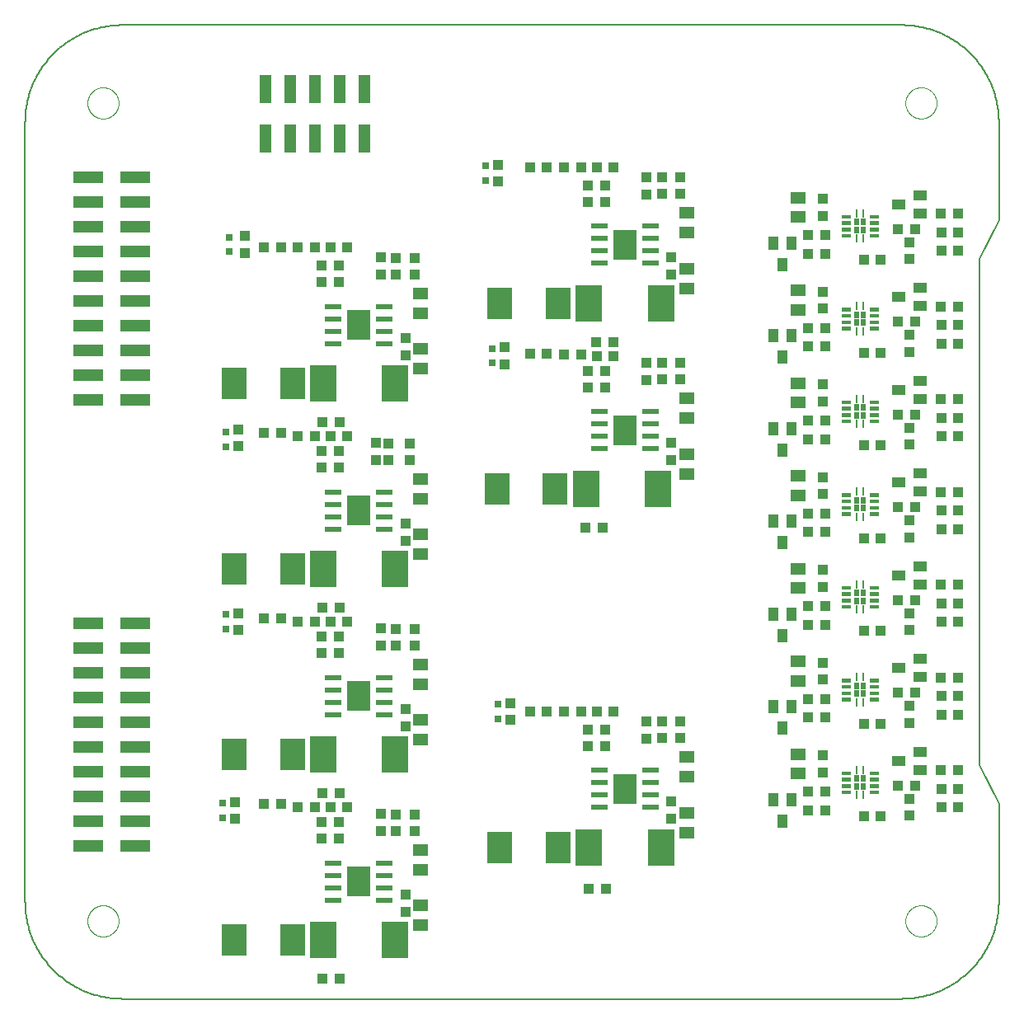
<source format=gtp>
G75*
%MOIN*%
%OFA0B0*%
%FSLAX25Y25*%
%IPPOS*%
%LPD*%
%AMOC8*
5,1,8,0,0,1.08239X$1,22.5*
%
%ADD10C,0.00600*%
%ADD11C,0.00000*%
%ADD12R,0.12000X0.05000*%
%ADD13R,0.05000X0.11500*%
%ADD14R,0.07000X0.02400*%
%ADD15R,0.09449X0.12205*%
%ADD16R,0.04331X0.03937*%
%ADD17R,0.04252X0.04134*%
%ADD18R,0.06299X0.05118*%
%ADD19R,0.04134X0.04252*%
%ADD20R,0.03937X0.04331*%
%ADD21R,0.11024X0.14961*%
%ADD22R,0.09843X0.12795*%
%ADD23R,0.02010X0.02519*%
%ADD24R,0.02008X0.02519*%
%ADD25R,0.02008X0.02520*%
%ADD26R,0.02008X0.02522*%
%ADD27C,0.00104*%
%ADD28R,0.00906X0.03248*%
%ADD29R,0.03937X0.05512*%
%ADD30R,0.05512X0.03937*%
%ADD31R,0.03150X0.03150*%
D10*
X0116800Y0058370D02*
X0116800Y0373331D01*
X0116811Y0374282D01*
X0116846Y0375233D01*
X0116903Y0376183D01*
X0116984Y0377131D01*
X0117087Y0378077D01*
X0117213Y0379020D01*
X0117362Y0379959D01*
X0117533Y0380895D01*
X0117728Y0381826D01*
X0117944Y0382753D01*
X0118183Y0383674D01*
X0118444Y0384589D01*
X0118727Y0385497D01*
X0119032Y0386398D01*
X0119358Y0387292D01*
X0119707Y0388177D01*
X0120076Y0389054D01*
X0120466Y0389922D01*
X0120878Y0390779D01*
X0121310Y0391627D01*
X0121762Y0392464D01*
X0122234Y0393290D01*
X0122726Y0394104D01*
X0123238Y0394906D01*
X0123769Y0395696D01*
X0124319Y0396472D01*
X0124887Y0397235D01*
X0125474Y0397984D01*
X0126079Y0398718D01*
X0126701Y0399438D01*
X0127341Y0400143D01*
X0127997Y0400831D01*
X0128670Y0401504D01*
X0129358Y0402160D01*
X0130063Y0402800D01*
X0130783Y0403422D01*
X0131517Y0404027D01*
X0132266Y0404614D01*
X0133029Y0405182D01*
X0133805Y0405732D01*
X0134595Y0406263D01*
X0135397Y0406775D01*
X0136211Y0407267D01*
X0137037Y0407739D01*
X0137874Y0408191D01*
X0138722Y0408623D01*
X0139579Y0409035D01*
X0140447Y0409425D01*
X0141324Y0409794D01*
X0142209Y0410143D01*
X0143103Y0410469D01*
X0144004Y0410774D01*
X0144912Y0411057D01*
X0145827Y0411318D01*
X0146748Y0411557D01*
X0147675Y0411773D01*
X0148606Y0411968D01*
X0149542Y0412139D01*
X0150481Y0412288D01*
X0151424Y0412414D01*
X0152370Y0412517D01*
X0153318Y0412598D01*
X0154268Y0412655D01*
X0155219Y0412690D01*
X0156170Y0412701D01*
X0471131Y0412701D01*
X0472082Y0412690D01*
X0473033Y0412655D01*
X0473983Y0412598D01*
X0474931Y0412517D01*
X0475877Y0412414D01*
X0476820Y0412288D01*
X0477759Y0412139D01*
X0478695Y0411968D01*
X0479626Y0411773D01*
X0480553Y0411557D01*
X0481474Y0411318D01*
X0482389Y0411057D01*
X0483297Y0410774D01*
X0484198Y0410469D01*
X0485092Y0410143D01*
X0485977Y0409794D01*
X0486854Y0409425D01*
X0487722Y0409035D01*
X0488579Y0408623D01*
X0489427Y0408191D01*
X0490264Y0407739D01*
X0491090Y0407267D01*
X0491904Y0406775D01*
X0492706Y0406263D01*
X0493496Y0405732D01*
X0494272Y0405182D01*
X0495035Y0404614D01*
X0495784Y0404027D01*
X0496518Y0403422D01*
X0497238Y0402800D01*
X0497943Y0402160D01*
X0498631Y0401504D01*
X0499304Y0400831D01*
X0499960Y0400143D01*
X0500600Y0399438D01*
X0501222Y0398718D01*
X0501827Y0397984D01*
X0502414Y0397235D01*
X0502982Y0396472D01*
X0503532Y0395696D01*
X0504063Y0394906D01*
X0504575Y0394104D01*
X0505067Y0393290D01*
X0505539Y0392464D01*
X0505991Y0391627D01*
X0506423Y0390779D01*
X0506835Y0389922D01*
X0507225Y0389054D01*
X0507594Y0388177D01*
X0507943Y0387292D01*
X0508269Y0386398D01*
X0508574Y0385497D01*
X0508857Y0384589D01*
X0509118Y0383674D01*
X0509357Y0382753D01*
X0509573Y0381826D01*
X0509768Y0380895D01*
X0509939Y0379959D01*
X0510088Y0379020D01*
X0510214Y0378077D01*
X0510317Y0377131D01*
X0510398Y0376183D01*
X0510455Y0375233D01*
X0510490Y0374282D01*
X0510501Y0373331D01*
X0510501Y0333961D01*
X0502627Y0318213D01*
X0502627Y0113488D01*
X0510501Y0097740D01*
X0510501Y0058370D01*
X0510490Y0057419D01*
X0510455Y0056468D01*
X0510398Y0055518D01*
X0510317Y0054570D01*
X0510214Y0053624D01*
X0510088Y0052681D01*
X0509939Y0051742D01*
X0509768Y0050806D01*
X0509573Y0049875D01*
X0509357Y0048948D01*
X0509118Y0048027D01*
X0508857Y0047112D01*
X0508574Y0046204D01*
X0508269Y0045303D01*
X0507943Y0044409D01*
X0507594Y0043524D01*
X0507225Y0042647D01*
X0506835Y0041779D01*
X0506423Y0040922D01*
X0505991Y0040074D01*
X0505539Y0039237D01*
X0505067Y0038411D01*
X0504575Y0037597D01*
X0504063Y0036795D01*
X0503532Y0036005D01*
X0502982Y0035229D01*
X0502414Y0034466D01*
X0501827Y0033717D01*
X0501222Y0032983D01*
X0500600Y0032263D01*
X0499960Y0031558D01*
X0499304Y0030870D01*
X0498631Y0030197D01*
X0497943Y0029541D01*
X0497238Y0028901D01*
X0496518Y0028279D01*
X0495784Y0027674D01*
X0495035Y0027087D01*
X0494272Y0026519D01*
X0493496Y0025969D01*
X0492706Y0025438D01*
X0491904Y0024926D01*
X0491090Y0024434D01*
X0490264Y0023962D01*
X0489427Y0023510D01*
X0488579Y0023078D01*
X0487722Y0022666D01*
X0486854Y0022276D01*
X0485977Y0021907D01*
X0485092Y0021558D01*
X0484198Y0021232D01*
X0483297Y0020927D01*
X0482389Y0020644D01*
X0481474Y0020383D01*
X0480553Y0020144D01*
X0479626Y0019928D01*
X0478695Y0019733D01*
X0477759Y0019562D01*
X0476820Y0019413D01*
X0475877Y0019287D01*
X0474931Y0019184D01*
X0473983Y0019103D01*
X0473033Y0019046D01*
X0472082Y0019011D01*
X0471131Y0019000D01*
X0156170Y0019000D01*
X0155219Y0019011D01*
X0154268Y0019046D01*
X0153318Y0019103D01*
X0152370Y0019184D01*
X0151424Y0019287D01*
X0150481Y0019413D01*
X0149542Y0019562D01*
X0148606Y0019733D01*
X0147675Y0019928D01*
X0146748Y0020144D01*
X0145827Y0020383D01*
X0144912Y0020644D01*
X0144004Y0020927D01*
X0143103Y0021232D01*
X0142209Y0021558D01*
X0141324Y0021907D01*
X0140447Y0022276D01*
X0139579Y0022666D01*
X0138722Y0023078D01*
X0137874Y0023510D01*
X0137037Y0023962D01*
X0136211Y0024434D01*
X0135397Y0024926D01*
X0134595Y0025438D01*
X0133805Y0025969D01*
X0133029Y0026519D01*
X0132266Y0027087D01*
X0131517Y0027674D01*
X0130783Y0028279D01*
X0130063Y0028901D01*
X0129358Y0029541D01*
X0128670Y0030197D01*
X0127997Y0030870D01*
X0127341Y0031558D01*
X0126701Y0032263D01*
X0126079Y0032983D01*
X0125474Y0033717D01*
X0124887Y0034466D01*
X0124319Y0035229D01*
X0123769Y0036005D01*
X0123238Y0036795D01*
X0122726Y0037597D01*
X0122234Y0038411D01*
X0121762Y0039237D01*
X0121310Y0040074D01*
X0120878Y0040922D01*
X0120466Y0041779D01*
X0120076Y0042647D01*
X0119707Y0043524D01*
X0119358Y0044409D01*
X0119032Y0045303D01*
X0118727Y0046204D01*
X0118444Y0047112D01*
X0118183Y0048027D01*
X0117944Y0048948D01*
X0117728Y0049875D01*
X0117533Y0050806D01*
X0117362Y0051742D01*
X0117213Y0052681D01*
X0117087Y0053624D01*
X0116984Y0054570D01*
X0116903Y0055518D01*
X0116846Y0056468D01*
X0116811Y0057419D01*
X0116800Y0058370D01*
D11*
X0141997Y0050496D02*
X0141999Y0050654D01*
X0142005Y0050812D01*
X0142015Y0050970D01*
X0142029Y0051128D01*
X0142047Y0051285D01*
X0142068Y0051442D01*
X0142094Y0051598D01*
X0142124Y0051754D01*
X0142157Y0051909D01*
X0142195Y0052062D01*
X0142236Y0052215D01*
X0142281Y0052367D01*
X0142330Y0052518D01*
X0142383Y0052667D01*
X0142439Y0052815D01*
X0142499Y0052961D01*
X0142563Y0053106D01*
X0142631Y0053249D01*
X0142702Y0053391D01*
X0142776Y0053531D01*
X0142854Y0053668D01*
X0142936Y0053804D01*
X0143020Y0053938D01*
X0143109Y0054069D01*
X0143200Y0054198D01*
X0143295Y0054325D01*
X0143392Y0054450D01*
X0143493Y0054572D01*
X0143597Y0054691D01*
X0143704Y0054808D01*
X0143814Y0054922D01*
X0143927Y0055033D01*
X0144042Y0055142D01*
X0144160Y0055247D01*
X0144281Y0055349D01*
X0144404Y0055449D01*
X0144530Y0055545D01*
X0144658Y0055638D01*
X0144788Y0055728D01*
X0144921Y0055814D01*
X0145056Y0055898D01*
X0145192Y0055977D01*
X0145331Y0056054D01*
X0145472Y0056126D01*
X0145614Y0056196D01*
X0145758Y0056261D01*
X0145904Y0056323D01*
X0146051Y0056381D01*
X0146200Y0056436D01*
X0146350Y0056487D01*
X0146501Y0056534D01*
X0146653Y0056577D01*
X0146806Y0056616D01*
X0146961Y0056652D01*
X0147116Y0056683D01*
X0147272Y0056711D01*
X0147428Y0056735D01*
X0147585Y0056755D01*
X0147743Y0056771D01*
X0147900Y0056783D01*
X0148059Y0056791D01*
X0148217Y0056795D01*
X0148375Y0056795D01*
X0148533Y0056791D01*
X0148692Y0056783D01*
X0148849Y0056771D01*
X0149007Y0056755D01*
X0149164Y0056735D01*
X0149320Y0056711D01*
X0149476Y0056683D01*
X0149631Y0056652D01*
X0149786Y0056616D01*
X0149939Y0056577D01*
X0150091Y0056534D01*
X0150242Y0056487D01*
X0150392Y0056436D01*
X0150541Y0056381D01*
X0150688Y0056323D01*
X0150834Y0056261D01*
X0150978Y0056196D01*
X0151120Y0056126D01*
X0151261Y0056054D01*
X0151400Y0055977D01*
X0151536Y0055898D01*
X0151671Y0055814D01*
X0151804Y0055728D01*
X0151934Y0055638D01*
X0152062Y0055545D01*
X0152188Y0055449D01*
X0152311Y0055349D01*
X0152432Y0055247D01*
X0152550Y0055142D01*
X0152665Y0055033D01*
X0152778Y0054922D01*
X0152888Y0054808D01*
X0152995Y0054691D01*
X0153099Y0054572D01*
X0153200Y0054450D01*
X0153297Y0054325D01*
X0153392Y0054198D01*
X0153483Y0054069D01*
X0153572Y0053938D01*
X0153656Y0053804D01*
X0153738Y0053668D01*
X0153816Y0053531D01*
X0153890Y0053391D01*
X0153961Y0053249D01*
X0154029Y0053106D01*
X0154093Y0052961D01*
X0154153Y0052815D01*
X0154209Y0052667D01*
X0154262Y0052518D01*
X0154311Y0052367D01*
X0154356Y0052215D01*
X0154397Y0052062D01*
X0154435Y0051909D01*
X0154468Y0051754D01*
X0154498Y0051598D01*
X0154524Y0051442D01*
X0154545Y0051285D01*
X0154563Y0051128D01*
X0154577Y0050970D01*
X0154587Y0050812D01*
X0154593Y0050654D01*
X0154595Y0050496D01*
X0154593Y0050338D01*
X0154587Y0050180D01*
X0154577Y0050022D01*
X0154563Y0049864D01*
X0154545Y0049707D01*
X0154524Y0049550D01*
X0154498Y0049394D01*
X0154468Y0049238D01*
X0154435Y0049083D01*
X0154397Y0048930D01*
X0154356Y0048777D01*
X0154311Y0048625D01*
X0154262Y0048474D01*
X0154209Y0048325D01*
X0154153Y0048177D01*
X0154093Y0048031D01*
X0154029Y0047886D01*
X0153961Y0047743D01*
X0153890Y0047601D01*
X0153816Y0047461D01*
X0153738Y0047324D01*
X0153656Y0047188D01*
X0153572Y0047054D01*
X0153483Y0046923D01*
X0153392Y0046794D01*
X0153297Y0046667D01*
X0153200Y0046542D01*
X0153099Y0046420D01*
X0152995Y0046301D01*
X0152888Y0046184D01*
X0152778Y0046070D01*
X0152665Y0045959D01*
X0152550Y0045850D01*
X0152432Y0045745D01*
X0152311Y0045643D01*
X0152188Y0045543D01*
X0152062Y0045447D01*
X0151934Y0045354D01*
X0151804Y0045264D01*
X0151671Y0045178D01*
X0151536Y0045094D01*
X0151400Y0045015D01*
X0151261Y0044938D01*
X0151120Y0044866D01*
X0150978Y0044796D01*
X0150834Y0044731D01*
X0150688Y0044669D01*
X0150541Y0044611D01*
X0150392Y0044556D01*
X0150242Y0044505D01*
X0150091Y0044458D01*
X0149939Y0044415D01*
X0149786Y0044376D01*
X0149631Y0044340D01*
X0149476Y0044309D01*
X0149320Y0044281D01*
X0149164Y0044257D01*
X0149007Y0044237D01*
X0148849Y0044221D01*
X0148692Y0044209D01*
X0148533Y0044201D01*
X0148375Y0044197D01*
X0148217Y0044197D01*
X0148059Y0044201D01*
X0147900Y0044209D01*
X0147743Y0044221D01*
X0147585Y0044237D01*
X0147428Y0044257D01*
X0147272Y0044281D01*
X0147116Y0044309D01*
X0146961Y0044340D01*
X0146806Y0044376D01*
X0146653Y0044415D01*
X0146501Y0044458D01*
X0146350Y0044505D01*
X0146200Y0044556D01*
X0146051Y0044611D01*
X0145904Y0044669D01*
X0145758Y0044731D01*
X0145614Y0044796D01*
X0145472Y0044866D01*
X0145331Y0044938D01*
X0145192Y0045015D01*
X0145056Y0045094D01*
X0144921Y0045178D01*
X0144788Y0045264D01*
X0144658Y0045354D01*
X0144530Y0045447D01*
X0144404Y0045543D01*
X0144281Y0045643D01*
X0144160Y0045745D01*
X0144042Y0045850D01*
X0143927Y0045959D01*
X0143814Y0046070D01*
X0143704Y0046184D01*
X0143597Y0046301D01*
X0143493Y0046420D01*
X0143392Y0046542D01*
X0143295Y0046667D01*
X0143200Y0046794D01*
X0143109Y0046923D01*
X0143020Y0047054D01*
X0142936Y0047188D01*
X0142854Y0047324D01*
X0142776Y0047461D01*
X0142702Y0047601D01*
X0142631Y0047743D01*
X0142563Y0047886D01*
X0142499Y0048031D01*
X0142439Y0048177D01*
X0142383Y0048325D01*
X0142330Y0048474D01*
X0142281Y0048625D01*
X0142236Y0048777D01*
X0142195Y0048930D01*
X0142157Y0049083D01*
X0142124Y0049238D01*
X0142094Y0049394D01*
X0142068Y0049550D01*
X0142047Y0049707D01*
X0142029Y0049864D01*
X0142015Y0050022D01*
X0142005Y0050180D01*
X0141999Y0050338D01*
X0141997Y0050496D01*
X0472706Y0050496D02*
X0472708Y0050654D01*
X0472714Y0050812D01*
X0472724Y0050970D01*
X0472738Y0051128D01*
X0472756Y0051285D01*
X0472777Y0051442D01*
X0472803Y0051598D01*
X0472833Y0051754D01*
X0472866Y0051909D01*
X0472904Y0052062D01*
X0472945Y0052215D01*
X0472990Y0052367D01*
X0473039Y0052518D01*
X0473092Y0052667D01*
X0473148Y0052815D01*
X0473208Y0052961D01*
X0473272Y0053106D01*
X0473340Y0053249D01*
X0473411Y0053391D01*
X0473485Y0053531D01*
X0473563Y0053668D01*
X0473645Y0053804D01*
X0473729Y0053938D01*
X0473818Y0054069D01*
X0473909Y0054198D01*
X0474004Y0054325D01*
X0474101Y0054450D01*
X0474202Y0054572D01*
X0474306Y0054691D01*
X0474413Y0054808D01*
X0474523Y0054922D01*
X0474636Y0055033D01*
X0474751Y0055142D01*
X0474869Y0055247D01*
X0474990Y0055349D01*
X0475113Y0055449D01*
X0475239Y0055545D01*
X0475367Y0055638D01*
X0475497Y0055728D01*
X0475630Y0055814D01*
X0475765Y0055898D01*
X0475901Y0055977D01*
X0476040Y0056054D01*
X0476181Y0056126D01*
X0476323Y0056196D01*
X0476467Y0056261D01*
X0476613Y0056323D01*
X0476760Y0056381D01*
X0476909Y0056436D01*
X0477059Y0056487D01*
X0477210Y0056534D01*
X0477362Y0056577D01*
X0477515Y0056616D01*
X0477670Y0056652D01*
X0477825Y0056683D01*
X0477981Y0056711D01*
X0478137Y0056735D01*
X0478294Y0056755D01*
X0478452Y0056771D01*
X0478609Y0056783D01*
X0478768Y0056791D01*
X0478926Y0056795D01*
X0479084Y0056795D01*
X0479242Y0056791D01*
X0479401Y0056783D01*
X0479558Y0056771D01*
X0479716Y0056755D01*
X0479873Y0056735D01*
X0480029Y0056711D01*
X0480185Y0056683D01*
X0480340Y0056652D01*
X0480495Y0056616D01*
X0480648Y0056577D01*
X0480800Y0056534D01*
X0480951Y0056487D01*
X0481101Y0056436D01*
X0481250Y0056381D01*
X0481397Y0056323D01*
X0481543Y0056261D01*
X0481687Y0056196D01*
X0481829Y0056126D01*
X0481970Y0056054D01*
X0482109Y0055977D01*
X0482245Y0055898D01*
X0482380Y0055814D01*
X0482513Y0055728D01*
X0482643Y0055638D01*
X0482771Y0055545D01*
X0482897Y0055449D01*
X0483020Y0055349D01*
X0483141Y0055247D01*
X0483259Y0055142D01*
X0483374Y0055033D01*
X0483487Y0054922D01*
X0483597Y0054808D01*
X0483704Y0054691D01*
X0483808Y0054572D01*
X0483909Y0054450D01*
X0484006Y0054325D01*
X0484101Y0054198D01*
X0484192Y0054069D01*
X0484281Y0053938D01*
X0484365Y0053804D01*
X0484447Y0053668D01*
X0484525Y0053531D01*
X0484599Y0053391D01*
X0484670Y0053249D01*
X0484738Y0053106D01*
X0484802Y0052961D01*
X0484862Y0052815D01*
X0484918Y0052667D01*
X0484971Y0052518D01*
X0485020Y0052367D01*
X0485065Y0052215D01*
X0485106Y0052062D01*
X0485144Y0051909D01*
X0485177Y0051754D01*
X0485207Y0051598D01*
X0485233Y0051442D01*
X0485254Y0051285D01*
X0485272Y0051128D01*
X0485286Y0050970D01*
X0485296Y0050812D01*
X0485302Y0050654D01*
X0485304Y0050496D01*
X0485302Y0050338D01*
X0485296Y0050180D01*
X0485286Y0050022D01*
X0485272Y0049864D01*
X0485254Y0049707D01*
X0485233Y0049550D01*
X0485207Y0049394D01*
X0485177Y0049238D01*
X0485144Y0049083D01*
X0485106Y0048930D01*
X0485065Y0048777D01*
X0485020Y0048625D01*
X0484971Y0048474D01*
X0484918Y0048325D01*
X0484862Y0048177D01*
X0484802Y0048031D01*
X0484738Y0047886D01*
X0484670Y0047743D01*
X0484599Y0047601D01*
X0484525Y0047461D01*
X0484447Y0047324D01*
X0484365Y0047188D01*
X0484281Y0047054D01*
X0484192Y0046923D01*
X0484101Y0046794D01*
X0484006Y0046667D01*
X0483909Y0046542D01*
X0483808Y0046420D01*
X0483704Y0046301D01*
X0483597Y0046184D01*
X0483487Y0046070D01*
X0483374Y0045959D01*
X0483259Y0045850D01*
X0483141Y0045745D01*
X0483020Y0045643D01*
X0482897Y0045543D01*
X0482771Y0045447D01*
X0482643Y0045354D01*
X0482513Y0045264D01*
X0482380Y0045178D01*
X0482245Y0045094D01*
X0482109Y0045015D01*
X0481970Y0044938D01*
X0481829Y0044866D01*
X0481687Y0044796D01*
X0481543Y0044731D01*
X0481397Y0044669D01*
X0481250Y0044611D01*
X0481101Y0044556D01*
X0480951Y0044505D01*
X0480800Y0044458D01*
X0480648Y0044415D01*
X0480495Y0044376D01*
X0480340Y0044340D01*
X0480185Y0044309D01*
X0480029Y0044281D01*
X0479873Y0044257D01*
X0479716Y0044237D01*
X0479558Y0044221D01*
X0479401Y0044209D01*
X0479242Y0044201D01*
X0479084Y0044197D01*
X0478926Y0044197D01*
X0478768Y0044201D01*
X0478609Y0044209D01*
X0478452Y0044221D01*
X0478294Y0044237D01*
X0478137Y0044257D01*
X0477981Y0044281D01*
X0477825Y0044309D01*
X0477670Y0044340D01*
X0477515Y0044376D01*
X0477362Y0044415D01*
X0477210Y0044458D01*
X0477059Y0044505D01*
X0476909Y0044556D01*
X0476760Y0044611D01*
X0476613Y0044669D01*
X0476467Y0044731D01*
X0476323Y0044796D01*
X0476181Y0044866D01*
X0476040Y0044938D01*
X0475901Y0045015D01*
X0475765Y0045094D01*
X0475630Y0045178D01*
X0475497Y0045264D01*
X0475367Y0045354D01*
X0475239Y0045447D01*
X0475113Y0045543D01*
X0474990Y0045643D01*
X0474869Y0045745D01*
X0474751Y0045850D01*
X0474636Y0045959D01*
X0474523Y0046070D01*
X0474413Y0046184D01*
X0474306Y0046301D01*
X0474202Y0046420D01*
X0474101Y0046542D01*
X0474004Y0046667D01*
X0473909Y0046794D01*
X0473818Y0046923D01*
X0473729Y0047054D01*
X0473645Y0047188D01*
X0473563Y0047324D01*
X0473485Y0047461D01*
X0473411Y0047601D01*
X0473340Y0047743D01*
X0473272Y0047886D01*
X0473208Y0048031D01*
X0473148Y0048177D01*
X0473092Y0048325D01*
X0473039Y0048474D01*
X0472990Y0048625D01*
X0472945Y0048777D01*
X0472904Y0048930D01*
X0472866Y0049083D01*
X0472833Y0049238D01*
X0472803Y0049394D01*
X0472777Y0049550D01*
X0472756Y0049707D01*
X0472738Y0049864D01*
X0472724Y0050022D01*
X0472714Y0050180D01*
X0472708Y0050338D01*
X0472706Y0050496D01*
X0472706Y0381205D02*
X0472708Y0381363D01*
X0472714Y0381521D01*
X0472724Y0381679D01*
X0472738Y0381837D01*
X0472756Y0381994D01*
X0472777Y0382151D01*
X0472803Y0382307D01*
X0472833Y0382463D01*
X0472866Y0382618D01*
X0472904Y0382771D01*
X0472945Y0382924D01*
X0472990Y0383076D01*
X0473039Y0383227D01*
X0473092Y0383376D01*
X0473148Y0383524D01*
X0473208Y0383670D01*
X0473272Y0383815D01*
X0473340Y0383958D01*
X0473411Y0384100D01*
X0473485Y0384240D01*
X0473563Y0384377D01*
X0473645Y0384513D01*
X0473729Y0384647D01*
X0473818Y0384778D01*
X0473909Y0384907D01*
X0474004Y0385034D01*
X0474101Y0385159D01*
X0474202Y0385281D01*
X0474306Y0385400D01*
X0474413Y0385517D01*
X0474523Y0385631D01*
X0474636Y0385742D01*
X0474751Y0385851D01*
X0474869Y0385956D01*
X0474990Y0386058D01*
X0475113Y0386158D01*
X0475239Y0386254D01*
X0475367Y0386347D01*
X0475497Y0386437D01*
X0475630Y0386523D01*
X0475765Y0386607D01*
X0475901Y0386686D01*
X0476040Y0386763D01*
X0476181Y0386835D01*
X0476323Y0386905D01*
X0476467Y0386970D01*
X0476613Y0387032D01*
X0476760Y0387090D01*
X0476909Y0387145D01*
X0477059Y0387196D01*
X0477210Y0387243D01*
X0477362Y0387286D01*
X0477515Y0387325D01*
X0477670Y0387361D01*
X0477825Y0387392D01*
X0477981Y0387420D01*
X0478137Y0387444D01*
X0478294Y0387464D01*
X0478452Y0387480D01*
X0478609Y0387492D01*
X0478768Y0387500D01*
X0478926Y0387504D01*
X0479084Y0387504D01*
X0479242Y0387500D01*
X0479401Y0387492D01*
X0479558Y0387480D01*
X0479716Y0387464D01*
X0479873Y0387444D01*
X0480029Y0387420D01*
X0480185Y0387392D01*
X0480340Y0387361D01*
X0480495Y0387325D01*
X0480648Y0387286D01*
X0480800Y0387243D01*
X0480951Y0387196D01*
X0481101Y0387145D01*
X0481250Y0387090D01*
X0481397Y0387032D01*
X0481543Y0386970D01*
X0481687Y0386905D01*
X0481829Y0386835D01*
X0481970Y0386763D01*
X0482109Y0386686D01*
X0482245Y0386607D01*
X0482380Y0386523D01*
X0482513Y0386437D01*
X0482643Y0386347D01*
X0482771Y0386254D01*
X0482897Y0386158D01*
X0483020Y0386058D01*
X0483141Y0385956D01*
X0483259Y0385851D01*
X0483374Y0385742D01*
X0483487Y0385631D01*
X0483597Y0385517D01*
X0483704Y0385400D01*
X0483808Y0385281D01*
X0483909Y0385159D01*
X0484006Y0385034D01*
X0484101Y0384907D01*
X0484192Y0384778D01*
X0484281Y0384647D01*
X0484365Y0384513D01*
X0484447Y0384377D01*
X0484525Y0384240D01*
X0484599Y0384100D01*
X0484670Y0383958D01*
X0484738Y0383815D01*
X0484802Y0383670D01*
X0484862Y0383524D01*
X0484918Y0383376D01*
X0484971Y0383227D01*
X0485020Y0383076D01*
X0485065Y0382924D01*
X0485106Y0382771D01*
X0485144Y0382618D01*
X0485177Y0382463D01*
X0485207Y0382307D01*
X0485233Y0382151D01*
X0485254Y0381994D01*
X0485272Y0381837D01*
X0485286Y0381679D01*
X0485296Y0381521D01*
X0485302Y0381363D01*
X0485304Y0381205D01*
X0485302Y0381047D01*
X0485296Y0380889D01*
X0485286Y0380731D01*
X0485272Y0380573D01*
X0485254Y0380416D01*
X0485233Y0380259D01*
X0485207Y0380103D01*
X0485177Y0379947D01*
X0485144Y0379792D01*
X0485106Y0379639D01*
X0485065Y0379486D01*
X0485020Y0379334D01*
X0484971Y0379183D01*
X0484918Y0379034D01*
X0484862Y0378886D01*
X0484802Y0378740D01*
X0484738Y0378595D01*
X0484670Y0378452D01*
X0484599Y0378310D01*
X0484525Y0378170D01*
X0484447Y0378033D01*
X0484365Y0377897D01*
X0484281Y0377763D01*
X0484192Y0377632D01*
X0484101Y0377503D01*
X0484006Y0377376D01*
X0483909Y0377251D01*
X0483808Y0377129D01*
X0483704Y0377010D01*
X0483597Y0376893D01*
X0483487Y0376779D01*
X0483374Y0376668D01*
X0483259Y0376559D01*
X0483141Y0376454D01*
X0483020Y0376352D01*
X0482897Y0376252D01*
X0482771Y0376156D01*
X0482643Y0376063D01*
X0482513Y0375973D01*
X0482380Y0375887D01*
X0482245Y0375803D01*
X0482109Y0375724D01*
X0481970Y0375647D01*
X0481829Y0375575D01*
X0481687Y0375505D01*
X0481543Y0375440D01*
X0481397Y0375378D01*
X0481250Y0375320D01*
X0481101Y0375265D01*
X0480951Y0375214D01*
X0480800Y0375167D01*
X0480648Y0375124D01*
X0480495Y0375085D01*
X0480340Y0375049D01*
X0480185Y0375018D01*
X0480029Y0374990D01*
X0479873Y0374966D01*
X0479716Y0374946D01*
X0479558Y0374930D01*
X0479401Y0374918D01*
X0479242Y0374910D01*
X0479084Y0374906D01*
X0478926Y0374906D01*
X0478768Y0374910D01*
X0478609Y0374918D01*
X0478452Y0374930D01*
X0478294Y0374946D01*
X0478137Y0374966D01*
X0477981Y0374990D01*
X0477825Y0375018D01*
X0477670Y0375049D01*
X0477515Y0375085D01*
X0477362Y0375124D01*
X0477210Y0375167D01*
X0477059Y0375214D01*
X0476909Y0375265D01*
X0476760Y0375320D01*
X0476613Y0375378D01*
X0476467Y0375440D01*
X0476323Y0375505D01*
X0476181Y0375575D01*
X0476040Y0375647D01*
X0475901Y0375724D01*
X0475765Y0375803D01*
X0475630Y0375887D01*
X0475497Y0375973D01*
X0475367Y0376063D01*
X0475239Y0376156D01*
X0475113Y0376252D01*
X0474990Y0376352D01*
X0474869Y0376454D01*
X0474751Y0376559D01*
X0474636Y0376668D01*
X0474523Y0376779D01*
X0474413Y0376893D01*
X0474306Y0377010D01*
X0474202Y0377129D01*
X0474101Y0377251D01*
X0474004Y0377376D01*
X0473909Y0377503D01*
X0473818Y0377632D01*
X0473729Y0377763D01*
X0473645Y0377897D01*
X0473563Y0378033D01*
X0473485Y0378170D01*
X0473411Y0378310D01*
X0473340Y0378452D01*
X0473272Y0378595D01*
X0473208Y0378740D01*
X0473148Y0378886D01*
X0473092Y0379034D01*
X0473039Y0379183D01*
X0472990Y0379334D01*
X0472945Y0379486D01*
X0472904Y0379639D01*
X0472866Y0379792D01*
X0472833Y0379947D01*
X0472803Y0380103D01*
X0472777Y0380259D01*
X0472756Y0380416D01*
X0472738Y0380573D01*
X0472724Y0380731D01*
X0472714Y0380889D01*
X0472708Y0381047D01*
X0472706Y0381205D01*
X0141997Y0381205D02*
X0141999Y0381363D01*
X0142005Y0381521D01*
X0142015Y0381679D01*
X0142029Y0381837D01*
X0142047Y0381994D01*
X0142068Y0382151D01*
X0142094Y0382307D01*
X0142124Y0382463D01*
X0142157Y0382618D01*
X0142195Y0382771D01*
X0142236Y0382924D01*
X0142281Y0383076D01*
X0142330Y0383227D01*
X0142383Y0383376D01*
X0142439Y0383524D01*
X0142499Y0383670D01*
X0142563Y0383815D01*
X0142631Y0383958D01*
X0142702Y0384100D01*
X0142776Y0384240D01*
X0142854Y0384377D01*
X0142936Y0384513D01*
X0143020Y0384647D01*
X0143109Y0384778D01*
X0143200Y0384907D01*
X0143295Y0385034D01*
X0143392Y0385159D01*
X0143493Y0385281D01*
X0143597Y0385400D01*
X0143704Y0385517D01*
X0143814Y0385631D01*
X0143927Y0385742D01*
X0144042Y0385851D01*
X0144160Y0385956D01*
X0144281Y0386058D01*
X0144404Y0386158D01*
X0144530Y0386254D01*
X0144658Y0386347D01*
X0144788Y0386437D01*
X0144921Y0386523D01*
X0145056Y0386607D01*
X0145192Y0386686D01*
X0145331Y0386763D01*
X0145472Y0386835D01*
X0145614Y0386905D01*
X0145758Y0386970D01*
X0145904Y0387032D01*
X0146051Y0387090D01*
X0146200Y0387145D01*
X0146350Y0387196D01*
X0146501Y0387243D01*
X0146653Y0387286D01*
X0146806Y0387325D01*
X0146961Y0387361D01*
X0147116Y0387392D01*
X0147272Y0387420D01*
X0147428Y0387444D01*
X0147585Y0387464D01*
X0147743Y0387480D01*
X0147900Y0387492D01*
X0148059Y0387500D01*
X0148217Y0387504D01*
X0148375Y0387504D01*
X0148533Y0387500D01*
X0148692Y0387492D01*
X0148849Y0387480D01*
X0149007Y0387464D01*
X0149164Y0387444D01*
X0149320Y0387420D01*
X0149476Y0387392D01*
X0149631Y0387361D01*
X0149786Y0387325D01*
X0149939Y0387286D01*
X0150091Y0387243D01*
X0150242Y0387196D01*
X0150392Y0387145D01*
X0150541Y0387090D01*
X0150688Y0387032D01*
X0150834Y0386970D01*
X0150978Y0386905D01*
X0151120Y0386835D01*
X0151261Y0386763D01*
X0151400Y0386686D01*
X0151536Y0386607D01*
X0151671Y0386523D01*
X0151804Y0386437D01*
X0151934Y0386347D01*
X0152062Y0386254D01*
X0152188Y0386158D01*
X0152311Y0386058D01*
X0152432Y0385956D01*
X0152550Y0385851D01*
X0152665Y0385742D01*
X0152778Y0385631D01*
X0152888Y0385517D01*
X0152995Y0385400D01*
X0153099Y0385281D01*
X0153200Y0385159D01*
X0153297Y0385034D01*
X0153392Y0384907D01*
X0153483Y0384778D01*
X0153572Y0384647D01*
X0153656Y0384513D01*
X0153738Y0384377D01*
X0153816Y0384240D01*
X0153890Y0384100D01*
X0153961Y0383958D01*
X0154029Y0383815D01*
X0154093Y0383670D01*
X0154153Y0383524D01*
X0154209Y0383376D01*
X0154262Y0383227D01*
X0154311Y0383076D01*
X0154356Y0382924D01*
X0154397Y0382771D01*
X0154435Y0382618D01*
X0154468Y0382463D01*
X0154498Y0382307D01*
X0154524Y0382151D01*
X0154545Y0381994D01*
X0154563Y0381837D01*
X0154577Y0381679D01*
X0154587Y0381521D01*
X0154593Y0381363D01*
X0154595Y0381205D01*
X0154593Y0381047D01*
X0154587Y0380889D01*
X0154577Y0380731D01*
X0154563Y0380573D01*
X0154545Y0380416D01*
X0154524Y0380259D01*
X0154498Y0380103D01*
X0154468Y0379947D01*
X0154435Y0379792D01*
X0154397Y0379639D01*
X0154356Y0379486D01*
X0154311Y0379334D01*
X0154262Y0379183D01*
X0154209Y0379034D01*
X0154153Y0378886D01*
X0154093Y0378740D01*
X0154029Y0378595D01*
X0153961Y0378452D01*
X0153890Y0378310D01*
X0153816Y0378170D01*
X0153738Y0378033D01*
X0153656Y0377897D01*
X0153572Y0377763D01*
X0153483Y0377632D01*
X0153392Y0377503D01*
X0153297Y0377376D01*
X0153200Y0377251D01*
X0153099Y0377129D01*
X0152995Y0377010D01*
X0152888Y0376893D01*
X0152778Y0376779D01*
X0152665Y0376668D01*
X0152550Y0376559D01*
X0152432Y0376454D01*
X0152311Y0376352D01*
X0152188Y0376252D01*
X0152062Y0376156D01*
X0151934Y0376063D01*
X0151804Y0375973D01*
X0151671Y0375887D01*
X0151536Y0375803D01*
X0151400Y0375724D01*
X0151261Y0375647D01*
X0151120Y0375575D01*
X0150978Y0375505D01*
X0150834Y0375440D01*
X0150688Y0375378D01*
X0150541Y0375320D01*
X0150392Y0375265D01*
X0150242Y0375214D01*
X0150091Y0375167D01*
X0149939Y0375124D01*
X0149786Y0375085D01*
X0149631Y0375049D01*
X0149476Y0375018D01*
X0149320Y0374990D01*
X0149164Y0374966D01*
X0149007Y0374946D01*
X0148849Y0374930D01*
X0148692Y0374918D01*
X0148533Y0374910D01*
X0148375Y0374906D01*
X0148217Y0374906D01*
X0148059Y0374910D01*
X0147900Y0374918D01*
X0147743Y0374930D01*
X0147585Y0374946D01*
X0147428Y0374966D01*
X0147272Y0374990D01*
X0147116Y0375018D01*
X0146961Y0375049D01*
X0146806Y0375085D01*
X0146653Y0375124D01*
X0146501Y0375167D01*
X0146350Y0375214D01*
X0146200Y0375265D01*
X0146051Y0375320D01*
X0145904Y0375378D01*
X0145758Y0375440D01*
X0145614Y0375505D01*
X0145472Y0375575D01*
X0145331Y0375647D01*
X0145192Y0375724D01*
X0145056Y0375803D01*
X0144921Y0375887D01*
X0144788Y0375973D01*
X0144658Y0376063D01*
X0144530Y0376156D01*
X0144404Y0376252D01*
X0144281Y0376352D01*
X0144160Y0376454D01*
X0144042Y0376559D01*
X0143927Y0376668D01*
X0143814Y0376779D01*
X0143704Y0376893D01*
X0143597Y0377010D01*
X0143493Y0377129D01*
X0143392Y0377251D01*
X0143295Y0377376D01*
X0143200Y0377503D01*
X0143109Y0377632D01*
X0143020Y0377763D01*
X0142936Y0377897D01*
X0142854Y0378033D01*
X0142776Y0378170D01*
X0142702Y0378310D01*
X0142631Y0378452D01*
X0142563Y0378595D01*
X0142499Y0378740D01*
X0142439Y0378886D01*
X0142383Y0379034D01*
X0142330Y0379183D01*
X0142281Y0379334D01*
X0142236Y0379486D01*
X0142195Y0379639D01*
X0142157Y0379792D01*
X0142124Y0379947D01*
X0142094Y0380103D01*
X0142068Y0380259D01*
X0142047Y0380416D01*
X0142029Y0380573D01*
X0142015Y0380731D01*
X0142005Y0380889D01*
X0141999Y0381047D01*
X0141997Y0381205D01*
D12*
X0142300Y0351102D03*
X0142300Y0341102D03*
X0142300Y0331102D03*
X0142300Y0321102D03*
X0142300Y0311102D03*
X0142300Y0301102D03*
X0142300Y0291102D03*
X0142300Y0281102D03*
X0142300Y0271102D03*
X0142300Y0261102D03*
X0161300Y0261102D03*
X0161300Y0271102D03*
X0161300Y0281102D03*
X0161300Y0291102D03*
X0161300Y0301102D03*
X0161300Y0311102D03*
X0161300Y0321102D03*
X0161300Y0331102D03*
X0161300Y0341102D03*
X0161300Y0351102D03*
X0161300Y0170890D03*
X0161300Y0160890D03*
X0161300Y0150890D03*
X0161300Y0140890D03*
X0161300Y0130890D03*
X0161300Y0120890D03*
X0161300Y0110890D03*
X0161300Y0100890D03*
X0161300Y0090890D03*
X0161300Y0080890D03*
X0142300Y0080890D03*
X0142300Y0090890D03*
X0142300Y0100890D03*
X0142300Y0110890D03*
X0142300Y0120890D03*
X0142300Y0130890D03*
X0142300Y0140890D03*
X0142300Y0150890D03*
X0142300Y0160890D03*
X0142300Y0170890D03*
D13*
X0213934Y0366710D03*
X0223934Y0366710D03*
X0233934Y0366710D03*
X0243934Y0366710D03*
X0253934Y0366710D03*
X0253934Y0386960D03*
X0243934Y0386960D03*
X0233934Y0386960D03*
X0223934Y0386960D03*
X0213934Y0386960D03*
D14*
X0241467Y0299000D03*
X0241467Y0294000D03*
X0241467Y0289000D03*
X0241467Y0284000D03*
X0262133Y0284000D03*
X0262133Y0289000D03*
X0262133Y0294000D03*
X0262133Y0299000D03*
X0348967Y0316500D03*
X0348967Y0321500D03*
X0348967Y0326500D03*
X0348967Y0331500D03*
X0369633Y0331500D03*
X0369633Y0326500D03*
X0369633Y0321500D03*
X0369633Y0316500D03*
X0369633Y0256500D03*
X0369633Y0251500D03*
X0369633Y0246500D03*
X0369633Y0241500D03*
X0348967Y0241500D03*
X0348967Y0246500D03*
X0348967Y0251500D03*
X0348967Y0256500D03*
X0262133Y0224000D03*
X0262133Y0219000D03*
X0262133Y0214000D03*
X0262133Y0209000D03*
X0241467Y0209000D03*
X0241467Y0214000D03*
X0241467Y0219000D03*
X0241467Y0224000D03*
X0241467Y0149000D03*
X0241467Y0144000D03*
X0241467Y0139000D03*
X0241467Y0134000D03*
X0262133Y0134000D03*
X0262133Y0139000D03*
X0262133Y0144000D03*
X0262133Y0149000D03*
X0348967Y0111500D03*
X0348967Y0106500D03*
X0348967Y0101500D03*
X0348967Y0096500D03*
X0369633Y0096500D03*
X0369633Y0101500D03*
X0369633Y0106500D03*
X0369633Y0111500D03*
X0262133Y0074000D03*
X0262133Y0069000D03*
X0262133Y0064000D03*
X0262133Y0059000D03*
X0241467Y0059000D03*
X0241467Y0064000D03*
X0241467Y0069000D03*
X0241467Y0074000D03*
D15*
X0251800Y0066500D03*
X0251800Y0141500D03*
X0251800Y0216500D03*
X0251800Y0291500D03*
X0359300Y0324000D03*
X0359300Y0249000D03*
X0359300Y0104000D03*
D16*
X0351175Y0121279D03*
X0351175Y0127971D03*
X0344300Y0127971D03*
X0344300Y0121279D03*
X0313050Y0131904D03*
X0313050Y0138596D03*
X0274300Y0161904D03*
X0266800Y0161904D03*
X0266800Y0168596D03*
X0274300Y0168596D03*
X0243675Y0165471D03*
X0243675Y0158779D03*
X0236800Y0158779D03*
X0236800Y0165471D03*
X0203050Y0168154D03*
X0203050Y0174846D03*
X0236800Y0233779D03*
X0236800Y0240471D03*
X0243675Y0240471D03*
X0243675Y0233779D03*
X0263675Y0236904D03*
X0263675Y0243596D03*
X0272425Y0243596D03*
X0272425Y0236904D03*
X0310550Y0275654D03*
X0310550Y0282346D03*
X0344300Y0272971D03*
X0344300Y0266279D03*
X0351175Y0266279D03*
X0351175Y0272971D03*
X0374300Y0276096D03*
X0381800Y0276096D03*
X0381800Y0269404D03*
X0374300Y0269404D03*
X0439300Y0267346D03*
X0439300Y0260654D03*
X0474300Y0249846D03*
X0474300Y0243154D03*
X0439300Y0229846D03*
X0439300Y0223154D03*
X0474300Y0212346D03*
X0474300Y0205654D03*
X0439300Y0192346D03*
X0439300Y0185654D03*
X0474300Y0174846D03*
X0474300Y0168154D03*
X0439300Y0154846D03*
X0439300Y0148154D03*
X0474300Y0137346D03*
X0474300Y0130654D03*
X0439300Y0117346D03*
X0439300Y0110654D03*
X0474300Y0099846D03*
X0474300Y0093154D03*
X0381800Y0124404D03*
X0374300Y0124404D03*
X0374300Y0131096D03*
X0381800Y0131096D03*
X0274300Y0093596D03*
X0274300Y0086904D03*
X0266800Y0086904D03*
X0266800Y0093596D03*
X0243675Y0090471D03*
X0243675Y0083779D03*
X0236800Y0083779D03*
X0236800Y0090471D03*
X0201550Y0091904D03*
X0201550Y0098596D03*
X0203050Y0242404D03*
X0203050Y0249096D03*
X0236800Y0308779D03*
X0236800Y0315471D03*
X0243675Y0315471D03*
X0243675Y0308779D03*
X0266800Y0311904D03*
X0274300Y0311904D03*
X0274300Y0318596D03*
X0266800Y0318596D03*
X0308050Y0349404D03*
X0308050Y0356096D03*
X0344300Y0347971D03*
X0344300Y0341279D03*
X0351175Y0341279D03*
X0351175Y0347971D03*
X0374300Y0351096D03*
X0374300Y0344404D03*
X0381800Y0344404D03*
X0381800Y0351096D03*
X0439300Y0342346D03*
X0439300Y0335654D03*
X0474300Y0324846D03*
X0474300Y0318154D03*
X0439300Y0304846D03*
X0439300Y0298154D03*
X0474300Y0287346D03*
X0474300Y0280654D03*
X0205550Y0320654D03*
X0205550Y0327346D03*
D17*
X0260550Y0318695D03*
X0260550Y0311805D03*
X0270550Y0286195D03*
X0270550Y0279305D03*
X0258675Y0243695D03*
X0258675Y0236805D03*
X0270550Y0211195D03*
X0270550Y0204305D03*
X0260550Y0168695D03*
X0260550Y0161805D03*
X0270550Y0136195D03*
X0270550Y0129305D03*
X0260550Y0093695D03*
X0260550Y0086805D03*
X0270550Y0061195D03*
X0270550Y0054305D03*
X0368050Y0124305D03*
X0368050Y0131195D03*
X0378050Y0098695D03*
X0378050Y0091805D03*
X0378050Y0236805D03*
X0378050Y0243695D03*
X0368050Y0269305D03*
X0368050Y0276195D03*
X0378050Y0311805D03*
X0378050Y0318695D03*
X0368050Y0344305D03*
X0368050Y0351195D03*
D18*
X0384300Y0336687D03*
X0384300Y0328813D03*
X0384300Y0314187D03*
X0384300Y0306313D03*
X0429300Y0305437D03*
X0429300Y0297563D03*
X0429300Y0267937D03*
X0429300Y0260063D03*
X0429300Y0230437D03*
X0429300Y0222563D03*
X0429300Y0192937D03*
X0429300Y0185063D03*
X0429300Y0155437D03*
X0429300Y0147563D03*
X0429300Y0117937D03*
X0429300Y0110063D03*
X0384300Y0108813D03*
X0384300Y0116687D03*
X0384300Y0094187D03*
X0384300Y0086313D03*
X0276800Y0079187D03*
X0276800Y0071313D03*
X0276800Y0056687D03*
X0276800Y0048813D03*
X0276800Y0123813D03*
X0276800Y0131687D03*
X0276800Y0146313D03*
X0276800Y0154187D03*
X0276800Y0198813D03*
X0276800Y0206687D03*
X0276800Y0221313D03*
X0276800Y0229187D03*
X0276800Y0273813D03*
X0276800Y0281687D03*
X0276800Y0296313D03*
X0276800Y0304187D03*
X0384300Y0261687D03*
X0384300Y0253813D03*
X0384300Y0239187D03*
X0384300Y0231313D03*
X0429300Y0335063D03*
X0429300Y0342937D03*
D19*
X0455855Y0317750D03*
X0462745Y0317750D03*
X0469605Y0330250D03*
X0476495Y0330250D03*
X0487105Y0336500D03*
X0493995Y0336500D03*
X0493995Y0299000D03*
X0487105Y0299000D03*
X0476495Y0292750D03*
X0469605Y0292750D03*
X0462745Y0280250D03*
X0455855Y0280250D03*
X0469605Y0255250D03*
X0476495Y0255250D03*
X0487105Y0261500D03*
X0493995Y0261500D03*
X0462745Y0242750D03*
X0455855Y0242750D03*
X0469605Y0217750D03*
X0476495Y0217750D03*
X0487105Y0224000D03*
X0493995Y0224000D03*
X0462745Y0205250D03*
X0455855Y0205250D03*
X0469605Y0180250D03*
X0476495Y0180250D03*
X0487105Y0186500D03*
X0493995Y0186500D03*
X0462745Y0167750D03*
X0455855Y0167750D03*
X0469605Y0142750D03*
X0476495Y0142750D03*
X0487105Y0149000D03*
X0493995Y0149000D03*
X0462745Y0130250D03*
X0455855Y0130250D03*
X0469605Y0105250D03*
X0476495Y0105250D03*
X0487105Y0111500D03*
X0493995Y0111500D03*
X0462745Y0092750D03*
X0455855Y0092750D03*
X0351495Y0063375D03*
X0344605Y0063375D03*
X0341495Y0135250D03*
X0334605Y0135250D03*
X0327745Y0135250D03*
X0320855Y0135250D03*
X0243995Y0102125D03*
X0237105Y0102125D03*
X0233995Y0096500D03*
X0227105Y0096500D03*
X0220245Y0097750D03*
X0213355Y0097750D03*
X0237105Y0027125D03*
X0243995Y0027125D03*
X0233995Y0171500D03*
X0227105Y0171500D03*
X0220245Y0172750D03*
X0213355Y0172750D03*
X0237105Y0177125D03*
X0243995Y0177125D03*
X0233995Y0246500D03*
X0237105Y0252125D03*
X0227105Y0246500D03*
X0220245Y0247750D03*
X0213355Y0247750D03*
X0243995Y0252125D03*
X0320855Y0280000D03*
X0327745Y0280000D03*
X0334605Y0279500D03*
X0341495Y0279500D03*
X0347730Y0284625D03*
X0354620Y0284625D03*
X0341495Y0355250D03*
X0334605Y0355250D03*
X0327745Y0355250D03*
X0320855Y0355250D03*
X0233995Y0322750D03*
X0227105Y0322750D03*
X0220245Y0322750D03*
X0213355Y0322750D03*
X0343355Y0209625D03*
X0350245Y0209625D03*
D20*
X0347829Y0279000D03*
X0354521Y0279000D03*
X0433454Y0282750D03*
X0440146Y0282750D03*
X0440146Y0290250D03*
X0433454Y0290250D03*
X0433454Y0320250D03*
X0440146Y0320250D03*
X0440146Y0327750D03*
X0433454Y0327750D03*
X0487204Y0329000D03*
X0493896Y0329000D03*
X0493896Y0321500D03*
X0487204Y0321500D03*
X0487204Y0291500D03*
X0493896Y0291500D03*
X0493896Y0284000D03*
X0487204Y0284000D03*
X0487204Y0254000D03*
X0493896Y0254000D03*
X0493896Y0246500D03*
X0487204Y0246500D03*
X0487204Y0216500D03*
X0493896Y0216500D03*
X0493896Y0209000D03*
X0487204Y0209000D03*
X0487204Y0179000D03*
X0493896Y0179000D03*
X0493896Y0171500D03*
X0487204Y0171500D03*
X0487204Y0141500D03*
X0493896Y0141500D03*
X0493896Y0134000D03*
X0487204Y0134000D03*
X0487204Y0104000D03*
X0493896Y0104000D03*
X0493896Y0096500D03*
X0487204Y0096500D03*
X0440146Y0095250D03*
X0433454Y0095250D03*
X0433454Y0102750D03*
X0440146Y0102750D03*
X0440146Y0132750D03*
X0433454Y0132750D03*
X0433454Y0140250D03*
X0440146Y0140250D03*
X0440146Y0170250D03*
X0433454Y0170250D03*
X0433454Y0177750D03*
X0440146Y0177750D03*
X0440146Y0207750D03*
X0433454Y0207750D03*
X0433454Y0215250D03*
X0440146Y0215250D03*
X0440146Y0245250D03*
X0433454Y0245250D03*
X0433454Y0252750D03*
X0440146Y0252750D03*
X0354521Y0355250D03*
X0347829Y0355250D03*
X0247021Y0322750D03*
X0240329Y0322750D03*
X0240329Y0246500D03*
X0247021Y0246500D03*
X0247021Y0171500D03*
X0240329Y0171500D03*
X0240329Y0096500D03*
X0247021Y0096500D03*
X0347829Y0135250D03*
X0354521Y0135250D03*
D21*
X0344733Y0080250D03*
X0373867Y0080250D03*
X0266367Y0042750D03*
X0237233Y0042750D03*
X0237233Y0117750D03*
X0266367Y0117750D03*
X0266367Y0192750D03*
X0237233Y0192750D03*
X0237233Y0267750D03*
X0266367Y0267750D03*
X0344733Y0300250D03*
X0373867Y0300250D03*
X0372617Y0225250D03*
X0343483Y0225250D03*
D22*
X0331111Y0225250D03*
X0307489Y0225250D03*
X0224861Y0192750D03*
X0201239Y0192750D03*
X0201239Y0117750D03*
X0224861Y0117750D03*
X0308739Y0080250D03*
X0332361Y0080250D03*
X0224861Y0042750D03*
X0201239Y0042750D03*
X0201239Y0267750D03*
X0224861Y0267750D03*
X0308739Y0300250D03*
X0332361Y0300250D03*
D23*
X0455620Y0292425D03*
X0455620Y0329925D03*
X0455620Y0254925D03*
X0455620Y0217425D03*
X0455620Y0179925D03*
X0455620Y0142425D03*
X0455620Y0104925D03*
D24*
X0452981Y0104925D03*
X0452981Y0142425D03*
X0452981Y0179925D03*
X0452981Y0217425D03*
X0452981Y0254925D03*
X0452981Y0292425D03*
X0452981Y0329925D03*
D25*
X0455619Y0333075D03*
X0455619Y0295575D03*
X0455619Y0258075D03*
X0455619Y0220575D03*
X0455619Y0183075D03*
X0455619Y0145575D03*
X0455619Y0108075D03*
D26*
X0452981Y0108076D03*
X0452981Y0145576D03*
X0452981Y0183076D03*
X0452981Y0220576D03*
X0452981Y0258076D03*
X0452981Y0295576D03*
X0452981Y0333076D03*
D27*
X0450291Y0332183D02*
X0447009Y0332183D01*
X0447009Y0333377D01*
X0450291Y0333377D01*
X0450291Y0332183D01*
X0450291Y0332282D02*
X0447009Y0332282D01*
X0447009Y0332381D02*
X0450291Y0332381D01*
X0450291Y0332480D02*
X0447009Y0332480D01*
X0447009Y0332579D02*
X0450291Y0332579D01*
X0450291Y0332678D02*
X0447009Y0332678D01*
X0447009Y0332777D02*
X0450291Y0332777D01*
X0450291Y0332876D02*
X0447009Y0332876D01*
X0447009Y0332975D02*
X0450291Y0332975D01*
X0450291Y0333074D02*
X0447009Y0333074D01*
X0447009Y0333173D02*
X0450291Y0333173D01*
X0450291Y0333272D02*
X0447009Y0333272D01*
X0447009Y0333371D02*
X0450291Y0333371D01*
X0450291Y0334742D02*
X0447009Y0334742D01*
X0447009Y0335936D01*
X0450291Y0335936D01*
X0450291Y0334742D01*
X0450291Y0334841D02*
X0447009Y0334841D01*
X0447009Y0334940D02*
X0450291Y0334940D01*
X0450291Y0335039D02*
X0447009Y0335039D01*
X0447009Y0335138D02*
X0450291Y0335138D01*
X0450291Y0335237D02*
X0447009Y0335237D01*
X0447009Y0335336D02*
X0450291Y0335336D01*
X0450291Y0335435D02*
X0447009Y0335435D01*
X0447009Y0335534D02*
X0450291Y0335534D01*
X0450291Y0335633D02*
X0447009Y0335633D01*
X0447009Y0335732D02*
X0450291Y0335732D01*
X0450291Y0335831D02*
X0447009Y0335831D01*
X0447009Y0335930D02*
X0450291Y0335930D01*
X0450291Y0329623D02*
X0447009Y0329623D01*
X0447009Y0330817D01*
X0450291Y0330817D01*
X0450291Y0329623D01*
X0450291Y0329722D02*
X0447009Y0329722D01*
X0447009Y0329821D02*
X0450291Y0329821D01*
X0450291Y0329920D02*
X0447009Y0329920D01*
X0447009Y0330019D02*
X0450291Y0330019D01*
X0450291Y0330118D02*
X0447009Y0330118D01*
X0447009Y0330217D02*
X0450291Y0330217D01*
X0450291Y0330316D02*
X0447009Y0330316D01*
X0447009Y0330415D02*
X0450291Y0330415D01*
X0450291Y0330514D02*
X0447009Y0330514D01*
X0447009Y0330613D02*
X0450291Y0330613D01*
X0450291Y0330712D02*
X0447009Y0330712D01*
X0447009Y0330811D02*
X0450291Y0330811D01*
X0450291Y0327064D02*
X0447009Y0327064D01*
X0447009Y0328258D01*
X0450291Y0328258D01*
X0450291Y0327064D01*
X0450291Y0327163D02*
X0447009Y0327163D01*
X0447009Y0327262D02*
X0450291Y0327262D01*
X0450291Y0327361D02*
X0447009Y0327361D01*
X0447009Y0327460D02*
X0450291Y0327460D01*
X0450291Y0327559D02*
X0447009Y0327559D01*
X0447009Y0327658D02*
X0450291Y0327658D01*
X0450291Y0327757D02*
X0447009Y0327757D01*
X0447009Y0327856D02*
X0450291Y0327856D01*
X0450291Y0327955D02*
X0447009Y0327955D01*
X0447009Y0328054D02*
X0450291Y0328054D01*
X0450291Y0328153D02*
X0447009Y0328153D01*
X0447009Y0328252D02*
X0450291Y0328252D01*
X0458309Y0328258D02*
X0461591Y0328258D01*
X0461591Y0327064D01*
X0458309Y0327064D01*
X0458309Y0328258D01*
X0458309Y0327163D02*
X0461591Y0327163D01*
X0461591Y0327262D02*
X0458309Y0327262D01*
X0458309Y0327361D02*
X0461591Y0327361D01*
X0461591Y0327460D02*
X0458309Y0327460D01*
X0458309Y0327559D02*
X0461591Y0327559D01*
X0461591Y0327658D02*
X0458309Y0327658D01*
X0458309Y0327757D02*
X0461591Y0327757D01*
X0461591Y0327856D02*
X0458309Y0327856D01*
X0458309Y0327955D02*
X0461591Y0327955D01*
X0461591Y0328054D02*
X0458309Y0328054D01*
X0458309Y0328153D02*
X0461591Y0328153D01*
X0461591Y0328252D02*
X0458309Y0328252D01*
X0458309Y0330817D02*
X0461591Y0330817D01*
X0461591Y0329623D01*
X0458309Y0329623D01*
X0458309Y0330817D01*
X0458309Y0329722D02*
X0461591Y0329722D01*
X0461591Y0329821D02*
X0458309Y0329821D01*
X0458309Y0329920D02*
X0461591Y0329920D01*
X0461591Y0330019D02*
X0458309Y0330019D01*
X0458309Y0330118D02*
X0461591Y0330118D01*
X0461591Y0330217D02*
X0458309Y0330217D01*
X0458309Y0330316D02*
X0461591Y0330316D01*
X0461591Y0330415D02*
X0458309Y0330415D01*
X0458309Y0330514D02*
X0461591Y0330514D01*
X0461591Y0330613D02*
X0458309Y0330613D01*
X0458309Y0330712D02*
X0461591Y0330712D01*
X0461591Y0330811D02*
X0458309Y0330811D01*
X0458309Y0333377D02*
X0461591Y0333377D01*
X0461591Y0332183D01*
X0458309Y0332183D01*
X0458309Y0333377D01*
X0458309Y0332282D02*
X0461591Y0332282D01*
X0461591Y0332381D02*
X0458309Y0332381D01*
X0458309Y0332480D02*
X0461591Y0332480D01*
X0461591Y0332579D02*
X0458309Y0332579D01*
X0458309Y0332678D02*
X0461591Y0332678D01*
X0461591Y0332777D02*
X0458309Y0332777D01*
X0458309Y0332876D02*
X0461591Y0332876D01*
X0461591Y0332975D02*
X0458309Y0332975D01*
X0458309Y0333074D02*
X0461591Y0333074D01*
X0461591Y0333173D02*
X0458309Y0333173D01*
X0458309Y0333272D02*
X0461591Y0333272D01*
X0461591Y0333371D02*
X0458309Y0333371D01*
X0458309Y0335936D02*
X0461591Y0335936D01*
X0461591Y0334742D01*
X0458309Y0334742D01*
X0458309Y0335936D01*
X0458309Y0334841D02*
X0461591Y0334841D01*
X0461591Y0334940D02*
X0458309Y0334940D01*
X0458309Y0335039D02*
X0461591Y0335039D01*
X0461591Y0335138D02*
X0458309Y0335138D01*
X0458309Y0335237D02*
X0461591Y0335237D01*
X0461591Y0335336D02*
X0458309Y0335336D01*
X0458309Y0335435D02*
X0461591Y0335435D01*
X0461591Y0335534D02*
X0458309Y0335534D01*
X0458309Y0335633D02*
X0461591Y0335633D01*
X0461591Y0335732D02*
X0458309Y0335732D01*
X0458309Y0335831D02*
X0461591Y0335831D01*
X0461591Y0335930D02*
X0458309Y0335930D01*
X0458309Y0298436D02*
X0461591Y0298436D01*
X0461591Y0297242D01*
X0458309Y0297242D01*
X0458309Y0298436D01*
X0458309Y0297341D02*
X0461591Y0297341D01*
X0461591Y0297440D02*
X0458309Y0297440D01*
X0458309Y0297539D02*
X0461591Y0297539D01*
X0461591Y0297638D02*
X0458309Y0297638D01*
X0458309Y0297737D02*
X0461591Y0297737D01*
X0461591Y0297836D02*
X0458309Y0297836D01*
X0458309Y0297935D02*
X0461591Y0297935D01*
X0461591Y0298034D02*
X0458309Y0298034D01*
X0458309Y0298133D02*
X0461591Y0298133D01*
X0461591Y0298232D02*
X0458309Y0298232D01*
X0458309Y0298331D02*
X0461591Y0298331D01*
X0461591Y0298430D02*
X0458309Y0298430D01*
X0458309Y0295877D02*
X0461591Y0295877D01*
X0461591Y0294683D01*
X0458309Y0294683D01*
X0458309Y0295877D01*
X0458309Y0294782D02*
X0461591Y0294782D01*
X0461591Y0294881D02*
X0458309Y0294881D01*
X0458309Y0294980D02*
X0461591Y0294980D01*
X0461591Y0295079D02*
X0458309Y0295079D01*
X0458309Y0295178D02*
X0461591Y0295178D01*
X0461591Y0295277D02*
X0458309Y0295277D01*
X0458309Y0295376D02*
X0461591Y0295376D01*
X0461591Y0295475D02*
X0458309Y0295475D01*
X0458309Y0295574D02*
X0461591Y0295574D01*
X0461591Y0295673D02*
X0458309Y0295673D01*
X0458309Y0295772D02*
X0461591Y0295772D01*
X0461591Y0295871D02*
X0458309Y0295871D01*
X0458309Y0293317D02*
X0461591Y0293317D01*
X0461591Y0292123D01*
X0458309Y0292123D01*
X0458309Y0293317D01*
X0458309Y0292222D02*
X0461591Y0292222D01*
X0461591Y0292321D02*
X0458309Y0292321D01*
X0458309Y0292420D02*
X0461591Y0292420D01*
X0461591Y0292519D02*
X0458309Y0292519D01*
X0458309Y0292618D02*
X0461591Y0292618D01*
X0461591Y0292717D02*
X0458309Y0292717D01*
X0458309Y0292816D02*
X0461591Y0292816D01*
X0461591Y0292915D02*
X0458309Y0292915D01*
X0458309Y0293014D02*
X0461591Y0293014D01*
X0461591Y0293113D02*
X0458309Y0293113D01*
X0458309Y0293212D02*
X0461591Y0293212D01*
X0461591Y0293311D02*
X0458309Y0293311D01*
X0458309Y0290758D02*
X0461591Y0290758D01*
X0461591Y0289564D01*
X0458309Y0289564D01*
X0458309Y0290758D01*
X0458309Y0289663D02*
X0461591Y0289663D01*
X0461591Y0289762D02*
X0458309Y0289762D01*
X0458309Y0289861D02*
X0461591Y0289861D01*
X0461591Y0289960D02*
X0458309Y0289960D01*
X0458309Y0290059D02*
X0461591Y0290059D01*
X0461591Y0290158D02*
X0458309Y0290158D01*
X0458309Y0290257D02*
X0461591Y0290257D01*
X0461591Y0290356D02*
X0458309Y0290356D01*
X0458309Y0290455D02*
X0461591Y0290455D01*
X0461591Y0290554D02*
X0458309Y0290554D01*
X0458309Y0290653D02*
X0461591Y0290653D01*
X0461591Y0290752D02*
X0458309Y0290752D01*
X0450291Y0289564D02*
X0447009Y0289564D01*
X0447009Y0290758D01*
X0450291Y0290758D01*
X0450291Y0289564D01*
X0450291Y0289663D02*
X0447009Y0289663D01*
X0447009Y0289762D02*
X0450291Y0289762D01*
X0450291Y0289861D02*
X0447009Y0289861D01*
X0447009Y0289960D02*
X0450291Y0289960D01*
X0450291Y0290059D02*
X0447009Y0290059D01*
X0447009Y0290158D02*
X0450291Y0290158D01*
X0450291Y0290257D02*
X0447009Y0290257D01*
X0447009Y0290356D02*
X0450291Y0290356D01*
X0450291Y0290455D02*
X0447009Y0290455D01*
X0447009Y0290554D02*
X0450291Y0290554D01*
X0450291Y0290653D02*
X0447009Y0290653D01*
X0447009Y0290752D02*
X0450291Y0290752D01*
X0450291Y0292123D02*
X0447009Y0292123D01*
X0447009Y0293317D01*
X0450291Y0293317D01*
X0450291Y0292123D01*
X0450291Y0292222D02*
X0447009Y0292222D01*
X0447009Y0292321D02*
X0450291Y0292321D01*
X0450291Y0292420D02*
X0447009Y0292420D01*
X0447009Y0292519D02*
X0450291Y0292519D01*
X0450291Y0292618D02*
X0447009Y0292618D01*
X0447009Y0292717D02*
X0450291Y0292717D01*
X0450291Y0292816D02*
X0447009Y0292816D01*
X0447009Y0292915D02*
X0450291Y0292915D01*
X0450291Y0293014D02*
X0447009Y0293014D01*
X0447009Y0293113D02*
X0450291Y0293113D01*
X0450291Y0293212D02*
X0447009Y0293212D01*
X0447009Y0293311D02*
X0450291Y0293311D01*
X0450291Y0294683D02*
X0447009Y0294683D01*
X0447009Y0295877D01*
X0450291Y0295877D01*
X0450291Y0294683D01*
X0450291Y0294782D02*
X0447009Y0294782D01*
X0447009Y0294881D02*
X0450291Y0294881D01*
X0450291Y0294980D02*
X0447009Y0294980D01*
X0447009Y0295079D02*
X0450291Y0295079D01*
X0450291Y0295178D02*
X0447009Y0295178D01*
X0447009Y0295277D02*
X0450291Y0295277D01*
X0450291Y0295376D02*
X0447009Y0295376D01*
X0447009Y0295475D02*
X0450291Y0295475D01*
X0450291Y0295574D02*
X0447009Y0295574D01*
X0447009Y0295673D02*
X0450291Y0295673D01*
X0450291Y0295772D02*
X0447009Y0295772D01*
X0447009Y0295871D02*
X0450291Y0295871D01*
X0450291Y0297242D02*
X0447009Y0297242D01*
X0447009Y0298436D01*
X0450291Y0298436D01*
X0450291Y0297242D01*
X0450291Y0297341D02*
X0447009Y0297341D01*
X0447009Y0297440D02*
X0450291Y0297440D01*
X0450291Y0297539D02*
X0447009Y0297539D01*
X0447009Y0297638D02*
X0450291Y0297638D01*
X0450291Y0297737D02*
X0447009Y0297737D01*
X0447009Y0297836D02*
X0450291Y0297836D01*
X0450291Y0297935D02*
X0447009Y0297935D01*
X0447009Y0298034D02*
X0450291Y0298034D01*
X0450291Y0298133D02*
X0447009Y0298133D01*
X0447009Y0298232D02*
X0450291Y0298232D01*
X0450291Y0298331D02*
X0447009Y0298331D01*
X0447009Y0298430D02*
X0450291Y0298430D01*
X0450291Y0259742D02*
X0447009Y0259742D01*
X0447009Y0260936D01*
X0450291Y0260936D01*
X0450291Y0259742D01*
X0450291Y0259841D02*
X0447009Y0259841D01*
X0447009Y0259940D02*
X0450291Y0259940D01*
X0450291Y0260039D02*
X0447009Y0260039D01*
X0447009Y0260138D02*
X0450291Y0260138D01*
X0450291Y0260237D02*
X0447009Y0260237D01*
X0447009Y0260336D02*
X0450291Y0260336D01*
X0450291Y0260435D02*
X0447009Y0260435D01*
X0447009Y0260534D02*
X0450291Y0260534D01*
X0450291Y0260633D02*
X0447009Y0260633D01*
X0447009Y0260732D02*
X0450291Y0260732D01*
X0450291Y0260831D02*
X0447009Y0260831D01*
X0447009Y0260930D02*
X0450291Y0260930D01*
X0450291Y0257183D02*
X0447009Y0257183D01*
X0447009Y0258377D01*
X0450291Y0258377D01*
X0450291Y0257183D01*
X0450291Y0257282D02*
X0447009Y0257282D01*
X0447009Y0257381D02*
X0450291Y0257381D01*
X0450291Y0257480D02*
X0447009Y0257480D01*
X0447009Y0257579D02*
X0450291Y0257579D01*
X0450291Y0257678D02*
X0447009Y0257678D01*
X0447009Y0257777D02*
X0450291Y0257777D01*
X0450291Y0257876D02*
X0447009Y0257876D01*
X0447009Y0257975D02*
X0450291Y0257975D01*
X0450291Y0258074D02*
X0447009Y0258074D01*
X0447009Y0258173D02*
X0450291Y0258173D01*
X0450291Y0258272D02*
X0447009Y0258272D01*
X0447009Y0258371D02*
X0450291Y0258371D01*
X0450291Y0254623D02*
X0447009Y0254623D01*
X0447009Y0255817D01*
X0450291Y0255817D01*
X0450291Y0254623D01*
X0450291Y0254722D02*
X0447009Y0254722D01*
X0447009Y0254821D02*
X0450291Y0254821D01*
X0450291Y0254920D02*
X0447009Y0254920D01*
X0447009Y0255019D02*
X0450291Y0255019D01*
X0450291Y0255118D02*
X0447009Y0255118D01*
X0447009Y0255217D02*
X0450291Y0255217D01*
X0450291Y0255316D02*
X0447009Y0255316D01*
X0447009Y0255415D02*
X0450291Y0255415D01*
X0450291Y0255514D02*
X0447009Y0255514D01*
X0447009Y0255613D02*
X0450291Y0255613D01*
X0450291Y0255712D02*
X0447009Y0255712D01*
X0447009Y0255811D02*
X0450291Y0255811D01*
X0450291Y0252064D02*
X0447009Y0252064D01*
X0447009Y0253258D01*
X0450291Y0253258D01*
X0450291Y0252064D01*
X0450291Y0252163D02*
X0447009Y0252163D01*
X0447009Y0252262D02*
X0450291Y0252262D01*
X0450291Y0252361D02*
X0447009Y0252361D01*
X0447009Y0252460D02*
X0450291Y0252460D01*
X0450291Y0252559D02*
X0447009Y0252559D01*
X0447009Y0252658D02*
X0450291Y0252658D01*
X0450291Y0252757D02*
X0447009Y0252757D01*
X0447009Y0252856D02*
X0450291Y0252856D01*
X0450291Y0252955D02*
X0447009Y0252955D01*
X0447009Y0253054D02*
X0450291Y0253054D01*
X0450291Y0253153D02*
X0447009Y0253153D01*
X0447009Y0253252D02*
X0450291Y0253252D01*
X0458309Y0253258D02*
X0461591Y0253258D01*
X0461591Y0252064D01*
X0458309Y0252064D01*
X0458309Y0253258D01*
X0458309Y0252163D02*
X0461591Y0252163D01*
X0461591Y0252262D02*
X0458309Y0252262D01*
X0458309Y0252361D02*
X0461591Y0252361D01*
X0461591Y0252460D02*
X0458309Y0252460D01*
X0458309Y0252559D02*
X0461591Y0252559D01*
X0461591Y0252658D02*
X0458309Y0252658D01*
X0458309Y0252757D02*
X0461591Y0252757D01*
X0461591Y0252856D02*
X0458309Y0252856D01*
X0458309Y0252955D02*
X0461591Y0252955D01*
X0461591Y0253054D02*
X0458309Y0253054D01*
X0458309Y0253153D02*
X0461591Y0253153D01*
X0461591Y0253252D02*
X0458309Y0253252D01*
X0458309Y0255817D02*
X0461591Y0255817D01*
X0461591Y0254623D01*
X0458309Y0254623D01*
X0458309Y0255817D01*
X0458309Y0254722D02*
X0461591Y0254722D01*
X0461591Y0254821D02*
X0458309Y0254821D01*
X0458309Y0254920D02*
X0461591Y0254920D01*
X0461591Y0255019D02*
X0458309Y0255019D01*
X0458309Y0255118D02*
X0461591Y0255118D01*
X0461591Y0255217D02*
X0458309Y0255217D01*
X0458309Y0255316D02*
X0461591Y0255316D01*
X0461591Y0255415D02*
X0458309Y0255415D01*
X0458309Y0255514D02*
X0461591Y0255514D01*
X0461591Y0255613D02*
X0458309Y0255613D01*
X0458309Y0255712D02*
X0461591Y0255712D01*
X0461591Y0255811D02*
X0458309Y0255811D01*
X0458309Y0258377D02*
X0461591Y0258377D01*
X0461591Y0257183D01*
X0458309Y0257183D01*
X0458309Y0258377D01*
X0458309Y0257282D02*
X0461591Y0257282D01*
X0461591Y0257381D02*
X0458309Y0257381D01*
X0458309Y0257480D02*
X0461591Y0257480D01*
X0461591Y0257579D02*
X0458309Y0257579D01*
X0458309Y0257678D02*
X0461591Y0257678D01*
X0461591Y0257777D02*
X0458309Y0257777D01*
X0458309Y0257876D02*
X0461591Y0257876D01*
X0461591Y0257975D02*
X0458309Y0257975D01*
X0458309Y0258074D02*
X0461591Y0258074D01*
X0461591Y0258173D02*
X0458309Y0258173D01*
X0458309Y0258272D02*
X0461591Y0258272D01*
X0461591Y0258371D02*
X0458309Y0258371D01*
X0458309Y0260936D02*
X0461591Y0260936D01*
X0461591Y0259742D01*
X0458309Y0259742D01*
X0458309Y0260936D01*
X0458309Y0259841D02*
X0461591Y0259841D01*
X0461591Y0259940D02*
X0458309Y0259940D01*
X0458309Y0260039D02*
X0461591Y0260039D01*
X0461591Y0260138D02*
X0458309Y0260138D01*
X0458309Y0260237D02*
X0461591Y0260237D01*
X0461591Y0260336D02*
X0458309Y0260336D01*
X0458309Y0260435D02*
X0461591Y0260435D01*
X0461591Y0260534D02*
X0458309Y0260534D01*
X0458309Y0260633D02*
X0461591Y0260633D01*
X0461591Y0260732D02*
X0458309Y0260732D01*
X0458309Y0260831D02*
X0461591Y0260831D01*
X0461591Y0260930D02*
X0458309Y0260930D01*
X0458309Y0223436D02*
X0461591Y0223436D01*
X0461591Y0222242D01*
X0458309Y0222242D01*
X0458309Y0223436D01*
X0458309Y0222341D02*
X0461591Y0222341D01*
X0461591Y0222440D02*
X0458309Y0222440D01*
X0458309Y0222539D02*
X0461591Y0222539D01*
X0461591Y0222638D02*
X0458309Y0222638D01*
X0458309Y0222737D02*
X0461591Y0222737D01*
X0461591Y0222836D02*
X0458309Y0222836D01*
X0458309Y0222935D02*
X0461591Y0222935D01*
X0461591Y0223034D02*
X0458309Y0223034D01*
X0458309Y0223133D02*
X0461591Y0223133D01*
X0461591Y0223232D02*
X0458309Y0223232D01*
X0458309Y0223331D02*
X0461591Y0223331D01*
X0461591Y0223430D02*
X0458309Y0223430D01*
X0458309Y0220877D02*
X0461591Y0220877D01*
X0461591Y0219683D01*
X0458309Y0219683D01*
X0458309Y0220877D01*
X0458309Y0219782D02*
X0461591Y0219782D01*
X0461591Y0219881D02*
X0458309Y0219881D01*
X0458309Y0219980D02*
X0461591Y0219980D01*
X0461591Y0220079D02*
X0458309Y0220079D01*
X0458309Y0220178D02*
X0461591Y0220178D01*
X0461591Y0220277D02*
X0458309Y0220277D01*
X0458309Y0220376D02*
X0461591Y0220376D01*
X0461591Y0220475D02*
X0458309Y0220475D01*
X0458309Y0220574D02*
X0461591Y0220574D01*
X0461591Y0220673D02*
X0458309Y0220673D01*
X0458309Y0220772D02*
X0461591Y0220772D01*
X0461591Y0220871D02*
X0458309Y0220871D01*
X0458309Y0218317D02*
X0461591Y0218317D01*
X0461591Y0217123D01*
X0458309Y0217123D01*
X0458309Y0218317D01*
X0458309Y0217222D02*
X0461591Y0217222D01*
X0461591Y0217321D02*
X0458309Y0217321D01*
X0458309Y0217420D02*
X0461591Y0217420D01*
X0461591Y0217519D02*
X0458309Y0217519D01*
X0458309Y0217618D02*
X0461591Y0217618D01*
X0461591Y0217717D02*
X0458309Y0217717D01*
X0458309Y0217816D02*
X0461591Y0217816D01*
X0461591Y0217915D02*
X0458309Y0217915D01*
X0458309Y0218014D02*
X0461591Y0218014D01*
X0461591Y0218113D02*
X0458309Y0218113D01*
X0458309Y0218212D02*
X0461591Y0218212D01*
X0461591Y0218311D02*
X0458309Y0218311D01*
X0458309Y0215758D02*
X0461591Y0215758D01*
X0461591Y0214564D01*
X0458309Y0214564D01*
X0458309Y0215758D01*
X0458309Y0214663D02*
X0461591Y0214663D01*
X0461591Y0214762D02*
X0458309Y0214762D01*
X0458309Y0214861D02*
X0461591Y0214861D01*
X0461591Y0214960D02*
X0458309Y0214960D01*
X0458309Y0215059D02*
X0461591Y0215059D01*
X0461591Y0215158D02*
X0458309Y0215158D01*
X0458309Y0215257D02*
X0461591Y0215257D01*
X0461591Y0215356D02*
X0458309Y0215356D01*
X0458309Y0215455D02*
X0461591Y0215455D01*
X0461591Y0215554D02*
X0458309Y0215554D01*
X0458309Y0215653D02*
X0461591Y0215653D01*
X0461591Y0215752D02*
X0458309Y0215752D01*
X0450291Y0214564D02*
X0447009Y0214564D01*
X0447009Y0215758D01*
X0450291Y0215758D01*
X0450291Y0214564D01*
X0450291Y0214663D02*
X0447009Y0214663D01*
X0447009Y0214762D02*
X0450291Y0214762D01*
X0450291Y0214861D02*
X0447009Y0214861D01*
X0447009Y0214960D02*
X0450291Y0214960D01*
X0450291Y0215059D02*
X0447009Y0215059D01*
X0447009Y0215158D02*
X0450291Y0215158D01*
X0450291Y0215257D02*
X0447009Y0215257D01*
X0447009Y0215356D02*
X0450291Y0215356D01*
X0450291Y0215455D02*
X0447009Y0215455D01*
X0447009Y0215554D02*
X0450291Y0215554D01*
X0450291Y0215653D02*
X0447009Y0215653D01*
X0447009Y0215752D02*
X0450291Y0215752D01*
X0450291Y0217123D02*
X0447009Y0217123D01*
X0447009Y0218317D01*
X0450291Y0218317D01*
X0450291Y0217123D01*
X0450291Y0217222D02*
X0447009Y0217222D01*
X0447009Y0217321D02*
X0450291Y0217321D01*
X0450291Y0217420D02*
X0447009Y0217420D01*
X0447009Y0217519D02*
X0450291Y0217519D01*
X0450291Y0217618D02*
X0447009Y0217618D01*
X0447009Y0217717D02*
X0450291Y0217717D01*
X0450291Y0217816D02*
X0447009Y0217816D01*
X0447009Y0217915D02*
X0450291Y0217915D01*
X0450291Y0218014D02*
X0447009Y0218014D01*
X0447009Y0218113D02*
X0450291Y0218113D01*
X0450291Y0218212D02*
X0447009Y0218212D01*
X0447009Y0218311D02*
X0450291Y0218311D01*
X0450291Y0219683D02*
X0447009Y0219683D01*
X0447009Y0220877D01*
X0450291Y0220877D01*
X0450291Y0219683D01*
X0450291Y0219782D02*
X0447009Y0219782D01*
X0447009Y0219881D02*
X0450291Y0219881D01*
X0450291Y0219980D02*
X0447009Y0219980D01*
X0447009Y0220079D02*
X0450291Y0220079D01*
X0450291Y0220178D02*
X0447009Y0220178D01*
X0447009Y0220277D02*
X0450291Y0220277D01*
X0450291Y0220376D02*
X0447009Y0220376D01*
X0447009Y0220475D02*
X0450291Y0220475D01*
X0450291Y0220574D02*
X0447009Y0220574D01*
X0447009Y0220673D02*
X0450291Y0220673D01*
X0450291Y0220772D02*
X0447009Y0220772D01*
X0447009Y0220871D02*
X0450291Y0220871D01*
X0450291Y0222242D02*
X0447009Y0222242D01*
X0447009Y0223436D01*
X0450291Y0223436D01*
X0450291Y0222242D01*
X0450291Y0222341D02*
X0447009Y0222341D01*
X0447009Y0222440D02*
X0450291Y0222440D01*
X0450291Y0222539D02*
X0447009Y0222539D01*
X0447009Y0222638D02*
X0450291Y0222638D01*
X0450291Y0222737D02*
X0447009Y0222737D01*
X0447009Y0222836D02*
X0450291Y0222836D01*
X0450291Y0222935D02*
X0447009Y0222935D01*
X0447009Y0223034D02*
X0450291Y0223034D01*
X0450291Y0223133D02*
X0447009Y0223133D01*
X0447009Y0223232D02*
X0450291Y0223232D01*
X0450291Y0223331D02*
X0447009Y0223331D01*
X0447009Y0223430D02*
X0450291Y0223430D01*
X0450291Y0184742D02*
X0447009Y0184742D01*
X0447009Y0185936D01*
X0450291Y0185936D01*
X0450291Y0184742D01*
X0450291Y0184841D02*
X0447009Y0184841D01*
X0447009Y0184940D02*
X0450291Y0184940D01*
X0450291Y0185039D02*
X0447009Y0185039D01*
X0447009Y0185138D02*
X0450291Y0185138D01*
X0450291Y0185237D02*
X0447009Y0185237D01*
X0447009Y0185336D02*
X0450291Y0185336D01*
X0450291Y0185435D02*
X0447009Y0185435D01*
X0447009Y0185534D02*
X0450291Y0185534D01*
X0450291Y0185633D02*
X0447009Y0185633D01*
X0447009Y0185732D02*
X0450291Y0185732D01*
X0450291Y0185831D02*
X0447009Y0185831D01*
X0447009Y0185930D02*
X0450291Y0185930D01*
X0450291Y0182183D02*
X0447009Y0182183D01*
X0447009Y0183377D01*
X0450291Y0183377D01*
X0450291Y0182183D01*
X0450291Y0182282D02*
X0447009Y0182282D01*
X0447009Y0182381D02*
X0450291Y0182381D01*
X0450291Y0182480D02*
X0447009Y0182480D01*
X0447009Y0182579D02*
X0450291Y0182579D01*
X0450291Y0182678D02*
X0447009Y0182678D01*
X0447009Y0182777D02*
X0450291Y0182777D01*
X0450291Y0182876D02*
X0447009Y0182876D01*
X0447009Y0182975D02*
X0450291Y0182975D01*
X0450291Y0183074D02*
X0447009Y0183074D01*
X0447009Y0183173D02*
X0450291Y0183173D01*
X0450291Y0183272D02*
X0447009Y0183272D01*
X0447009Y0183371D02*
X0450291Y0183371D01*
X0450291Y0179623D02*
X0447009Y0179623D01*
X0447009Y0180817D01*
X0450291Y0180817D01*
X0450291Y0179623D01*
X0450291Y0179722D02*
X0447009Y0179722D01*
X0447009Y0179821D02*
X0450291Y0179821D01*
X0450291Y0179920D02*
X0447009Y0179920D01*
X0447009Y0180019D02*
X0450291Y0180019D01*
X0450291Y0180118D02*
X0447009Y0180118D01*
X0447009Y0180217D02*
X0450291Y0180217D01*
X0450291Y0180316D02*
X0447009Y0180316D01*
X0447009Y0180415D02*
X0450291Y0180415D01*
X0450291Y0180514D02*
X0447009Y0180514D01*
X0447009Y0180613D02*
X0450291Y0180613D01*
X0450291Y0180712D02*
X0447009Y0180712D01*
X0447009Y0180811D02*
X0450291Y0180811D01*
X0450291Y0177064D02*
X0447009Y0177064D01*
X0447009Y0178258D01*
X0450291Y0178258D01*
X0450291Y0177064D01*
X0450291Y0177163D02*
X0447009Y0177163D01*
X0447009Y0177262D02*
X0450291Y0177262D01*
X0450291Y0177361D02*
X0447009Y0177361D01*
X0447009Y0177460D02*
X0450291Y0177460D01*
X0450291Y0177559D02*
X0447009Y0177559D01*
X0447009Y0177658D02*
X0450291Y0177658D01*
X0450291Y0177757D02*
X0447009Y0177757D01*
X0447009Y0177856D02*
X0450291Y0177856D01*
X0450291Y0177955D02*
X0447009Y0177955D01*
X0447009Y0178054D02*
X0450291Y0178054D01*
X0450291Y0178153D02*
X0447009Y0178153D01*
X0447009Y0178252D02*
X0450291Y0178252D01*
X0458309Y0178258D02*
X0461591Y0178258D01*
X0461591Y0177064D01*
X0458309Y0177064D01*
X0458309Y0178258D01*
X0458309Y0177163D02*
X0461591Y0177163D01*
X0461591Y0177262D02*
X0458309Y0177262D01*
X0458309Y0177361D02*
X0461591Y0177361D01*
X0461591Y0177460D02*
X0458309Y0177460D01*
X0458309Y0177559D02*
X0461591Y0177559D01*
X0461591Y0177658D02*
X0458309Y0177658D01*
X0458309Y0177757D02*
X0461591Y0177757D01*
X0461591Y0177856D02*
X0458309Y0177856D01*
X0458309Y0177955D02*
X0461591Y0177955D01*
X0461591Y0178054D02*
X0458309Y0178054D01*
X0458309Y0178153D02*
X0461591Y0178153D01*
X0461591Y0178252D02*
X0458309Y0178252D01*
X0458309Y0180817D02*
X0461591Y0180817D01*
X0461591Y0179623D01*
X0458309Y0179623D01*
X0458309Y0180817D01*
X0458309Y0179722D02*
X0461591Y0179722D01*
X0461591Y0179821D02*
X0458309Y0179821D01*
X0458309Y0179920D02*
X0461591Y0179920D01*
X0461591Y0180019D02*
X0458309Y0180019D01*
X0458309Y0180118D02*
X0461591Y0180118D01*
X0461591Y0180217D02*
X0458309Y0180217D01*
X0458309Y0180316D02*
X0461591Y0180316D01*
X0461591Y0180415D02*
X0458309Y0180415D01*
X0458309Y0180514D02*
X0461591Y0180514D01*
X0461591Y0180613D02*
X0458309Y0180613D01*
X0458309Y0180712D02*
X0461591Y0180712D01*
X0461591Y0180811D02*
X0458309Y0180811D01*
X0458309Y0183377D02*
X0461591Y0183377D01*
X0461591Y0182183D01*
X0458309Y0182183D01*
X0458309Y0183377D01*
X0458309Y0182282D02*
X0461591Y0182282D01*
X0461591Y0182381D02*
X0458309Y0182381D01*
X0458309Y0182480D02*
X0461591Y0182480D01*
X0461591Y0182579D02*
X0458309Y0182579D01*
X0458309Y0182678D02*
X0461591Y0182678D01*
X0461591Y0182777D02*
X0458309Y0182777D01*
X0458309Y0182876D02*
X0461591Y0182876D01*
X0461591Y0182975D02*
X0458309Y0182975D01*
X0458309Y0183074D02*
X0461591Y0183074D01*
X0461591Y0183173D02*
X0458309Y0183173D01*
X0458309Y0183272D02*
X0461591Y0183272D01*
X0461591Y0183371D02*
X0458309Y0183371D01*
X0458309Y0185936D02*
X0461591Y0185936D01*
X0461591Y0184742D01*
X0458309Y0184742D01*
X0458309Y0185936D01*
X0458309Y0184841D02*
X0461591Y0184841D01*
X0461591Y0184940D02*
X0458309Y0184940D01*
X0458309Y0185039D02*
X0461591Y0185039D01*
X0461591Y0185138D02*
X0458309Y0185138D01*
X0458309Y0185237D02*
X0461591Y0185237D01*
X0461591Y0185336D02*
X0458309Y0185336D01*
X0458309Y0185435D02*
X0461591Y0185435D01*
X0461591Y0185534D02*
X0458309Y0185534D01*
X0458309Y0185633D02*
X0461591Y0185633D01*
X0461591Y0185732D02*
X0458309Y0185732D01*
X0458309Y0185831D02*
X0461591Y0185831D01*
X0461591Y0185930D02*
X0458309Y0185930D01*
X0458309Y0148436D02*
X0461591Y0148436D01*
X0461591Y0147242D01*
X0458309Y0147242D01*
X0458309Y0148436D01*
X0458309Y0147341D02*
X0461591Y0147341D01*
X0461591Y0147440D02*
X0458309Y0147440D01*
X0458309Y0147539D02*
X0461591Y0147539D01*
X0461591Y0147638D02*
X0458309Y0147638D01*
X0458309Y0147737D02*
X0461591Y0147737D01*
X0461591Y0147836D02*
X0458309Y0147836D01*
X0458309Y0147935D02*
X0461591Y0147935D01*
X0461591Y0148034D02*
X0458309Y0148034D01*
X0458309Y0148133D02*
X0461591Y0148133D01*
X0461591Y0148232D02*
X0458309Y0148232D01*
X0458309Y0148331D02*
X0461591Y0148331D01*
X0461591Y0148430D02*
X0458309Y0148430D01*
X0458309Y0145877D02*
X0461591Y0145877D01*
X0461591Y0144683D01*
X0458309Y0144683D01*
X0458309Y0145877D01*
X0458309Y0144782D02*
X0461591Y0144782D01*
X0461591Y0144881D02*
X0458309Y0144881D01*
X0458309Y0144980D02*
X0461591Y0144980D01*
X0461591Y0145079D02*
X0458309Y0145079D01*
X0458309Y0145178D02*
X0461591Y0145178D01*
X0461591Y0145277D02*
X0458309Y0145277D01*
X0458309Y0145376D02*
X0461591Y0145376D01*
X0461591Y0145475D02*
X0458309Y0145475D01*
X0458309Y0145574D02*
X0461591Y0145574D01*
X0461591Y0145673D02*
X0458309Y0145673D01*
X0458309Y0145772D02*
X0461591Y0145772D01*
X0461591Y0145871D02*
X0458309Y0145871D01*
X0458309Y0143317D02*
X0461591Y0143317D01*
X0461591Y0142123D01*
X0458309Y0142123D01*
X0458309Y0143317D01*
X0458309Y0142222D02*
X0461591Y0142222D01*
X0461591Y0142321D02*
X0458309Y0142321D01*
X0458309Y0142420D02*
X0461591Y0142420D01*
X0461591Y0142519D02*
X0458309Y0142519D01*
X0458309Y0142618D02*
X0461591Y0142618D01*
X0461591Y0142717D02*
X0458309Y0142717D01*
X0458309Y0142816D02*
X0461591Y0142816D01*
X0461591Y0142915D02*
X0458309Y0142915D01*
X0458309Y0143014D02*
X0461591Y0143014D01*
X0461591Y0143113D02*
X0458309Y0143113D01*
X0458309Y0143212D02*
X0461591Y0143212D01*
X0461591Y0143311D02*
X0458309Y0143311D01*
X0458309Y0140758D02*
X0461591Y0140758D01*
X0461591Y0139564D01*
X0458309Y0139564D01*
X0458309Y0140758D01*
X0458309Y0139663D02*
X0461591Y0139663D01*
X0461591Y0139762D02*
X0458309Y0139762D01*
X0458309Y0139861D02*
X0461591Y0139861D01*
X0461591Y0139960D02*
X0458309Y0139960D01*
X0458309Y0140059D02*
X0461591Y0140059D01*
X0461591Y0140158D02*
X0458309Y0140158D01*
X0458309Y0140257D02*
X0461591Y0140257D01*
X0461591Y0140356D02*
X0458309Y0140356D01*
X0458309Y0140455D02*
X0461591Y0140455D01*
X0461591Y0140554D02*
X0458309Y0140554D01*
X0458309Y0140653D02*
X0461591Y0140653D01*
X0461591Y0140752D02*
X0458309Y0140752D01*
X0450291Y0139564D02*
X0447009Y0139564D01*
X0447009Y0140758D01*
X0450291Y0140758D01*
X0450291Y0139564D01*
X0450291Y0139663D02*
X0447009Y0139663D01*
X0447009Y0139762D02*
X0450291Y0139762D01*
X0450291Y0139861D02*
X0447009Y0139861D01*
X0447009Y0139960D02*
X0450291Y0139960D01*
X0450291Y0140059D02*
X0447009Y0140059D01*
X0447009Y0140158D02*
X0450291Y0140158D01*
X0450291Y0140257D02*
X0447009Y0140257D01*
X0447009Y0140356D02*
X0450291Y0140356D01*
X0450291Y0140455D02*
X0447009Y0140455D01*
X0447009Y0140554D02*
X0450291Y0140554D01*
X0450291Y0140653D02*
X0447009Y0140653D01*
X0447009Y0140752D02*
X0450291Y0140752D01*
X0450291Y0142123D02*
X0447009Y0142123D01*
X0447009Y0143317D01*
X0450291Y0143317D01*
X0450291Y0142123D01*
X0450291Y0142222D02*
X0447009Y0142222D01*
X0447009Y0142321D02*
X0450291Y0142321D01*
X0450291Y0142420D02*
X0447009Y0142420D01*
X0447009Y0142519D02*
X0450291Y0142519D01*
X0450291Y0142618D02*
X0447009Y0142618D01*
X0447009Y0142717D02*
X0450291Y0142717D01*
X0450291Y0142816D02*
X0447009Y0142816D01*
X0447009Y0142915D02*
X0450291Y0142915D01*
X0450291Y0143014D02*
X0447009Y0143014D01*
X0447009Y0143113D02*
X0450291Y0143113D01*
X0450291Y0143212D02*
X0447009Y0143212D01*
X0447009Y0143311D02*
X0450291Y0143311D01*
X0450291Y0144683D02*
X0447009Y0144683D01*
X0447009Y0145877D01*
X0450291Y0145877D01*
X0450291Y0144683D01*
X0450291Y0144782D02*
X0447009Y0144782D01*
X0447009Y0144881D02*
X0450291Y0144881D01*
X0450291Y0144980D02*
X0447009Y0144980D01*
X0447009Y0145079D02*
X0450291Y0145079D01*
X0450291Y0145178D02*
X0447009Y0145178D01*
X0447009Y0145277D02*
X0450291Y0145277D01*
X0450291Y0145376D02*
X0447009Y0145376D01*
X0447009Y0145475D02*
X0450291Y0145475D01*
X0450291Y0145574D02*
X0447009Y0145574D01*
X0447009Y0145673D02*
X0450291Y0145673D01*
X0450291Y0145772D02*
X0447009Y0145772D01*
X0447009Y0145871D02*
X0450291Y0145871D01*
X0450291Y0147242D02*
X0447009Y0147242D01*
X0447009Y0148436D01*
X0450291Y0148436D01*
X0450291Y0147242D01*
X0450291Y0147341D02*
X0447009Y0147341D01*
X0447009Y0147440D02*
X0450291Y0147440D01*
X0450291Y0147539D02*
X0447009Y0147539D01*
X0447009Y0147638D02*
X0450291Y0147638D01*
X0450291Y0147737D02*
X0447009Y0147737D01*
X0447009Y0147836D02*
X0450291Y0147836D01*
X0450291Y0147935D02*
X0447009Y0147935D01*
X0447009Y0148034D02*
X0450291Y0148034D01*
X0450291Y0148133D02*
X0447009Y0148133D01*
X0447009Y0148232D02*
X0450291Y0148232D01*
X0450291Y0148331D02*
X0447009Y0148331D01*
X0447009Y0148430D02*
X0450291Y0148430D01*
X0450291Y0109742D02*
X0447009Y0109742D01*
X0447009Y0110936D01*
X0450291Y0110936D01*
X0450291Y0109742D01*
X0450291Y0109841D02*
X0447009Y0109841D01*
X0447009Y0109940D02*
X0450291Y0109940D01*
X0450291Y0110039D02*
X0447009Y0110039D01*
X0447009Y0110138D02*
X0450291Y0110138D01*
X0450291Y0110237D02*
X0447009Y0110237D01*
X0447009Y0110336D02*
X0450291Y0110336D01*
X0450291Y0110435D02*
X0447009Y0110435D01*
X0447009Y0110534D02*
X0450291Y0110534D01*
X0450291Y0110633D02*
X0447009Y0110633D01*
X0447009Y0110732D02*
X0450291Y0110732D01*
X0450291Y0110831D02*
X0447009Y0110831D01*
X0447009Y0110930D02*
X0450291Y0110930D01*
X0450291Y0107183D02*
X0447009Y0107183D01*
X0447009Y0108377D01*
X0450291Y0108377D01*
X0450291Y0107183D01*
X0450291Y0107282D02*
X0447009Y0107282D01*
X0447009Y0107381D02*
X0450291Y0107381D01*
X0450291Y0107480D02*
X0447009Y0107480D01*
X0447009Y0107579D02*
X0450291Y0107579D01*
X0450291Y0107678D02*
X0447009Y0107678D01*
X0447009Y0107777D02*
X0450291Y0107777D01*
X0450291Y0107876D02*
X0447009Y0107876D01*
X0447009Y0107975D02*
X0450291Y0107975D01*
X0450291Y0108074D02*
X0447009Y0108074D01*
X0447009Y0108173D02*
X0450291Y0108173D01*
X0450291Y0108272D02*
X0447009Y0108272D01*
X0447009Y0108371D02*
X0450291Y0108371D01*
X0450291Y0104623D02*
X0447009Y0104623D01*
X0447009Y0105817D01*
X0450291Y0105817D01*
X0450291Y0104623D01*
X0450291Y0104722D02*
X0447009Y0104722D01*
X0447009Y0104821D02*
X0450291Y0104821D01*
X0450291Y0104920D02*
X0447009Y0104920D01*
X0447009Y0105019D02*
X0450291Y0105019D01*
X0450291Y0105118D02*
X0447009Y0105118D01*
X0447009Y0105217D02*
X0450291Y0105217D01*
X0450291Y0105316D02*
X0447009Y0105316D01*
X0447009Y0105415D02*
X0450291Y0105415D01*
X0450291Y0105514D02*
X0447009Y0105514D01*
X0447009Y0105613D02*
X0450291Y0105613D01*
X0450291Y0105712D02*
X0447009Y0105712D01*
X0447009Y0105811D02*
X0450291Y0105811D01*
X0450291Y0102064D02*
X0447009Y0102064D01*
X0447009Y0103258D01*
X0450291Y0103258D01*
X0450291Y0102064D01*
X0450291Y0102163D02*
X0447009Y0102163D01*
X0447009Y0102262D02*
X0450291Y0102262D01*
X0450291Y0102361D02*
X0447009Y0102361D01*
X0447009Y0102460D02*
X0450291Y0102460D01*
X0450291Y0102559D02*
X0447009Y0102559D01*
X0447009Y0102658D02*
X0450291Y0102658D01*
X0450291Y0102757D02*
X0447009Y0102757D01*
X0447009Y0102856D02*
X0450291Y0102856D01*
X0450291Y0102955D02*
X0447009Y0102955D01*
X0447009Y0103054D02*
X0450291Y0103054D01*
X0450291Y0103153D02*
X0447009Y0103153D01*
X0447009Y0103252D02*
X0450291Y0103252D01*
X0458309Y0103258D02*
X0461591Y0103258D01*
X0461591Y0102064D01*
X0458309Y0102064D01*
X0458309Y0103258D01*
X0458309Y0102163D02*
X0461591Y0102163D01*
X0461591Y0102262D02*
X0458309Y0102262D01*
X0458309Y0102361D02*
X0461591Y0102361D01*
X0461591Y0102460D02*
X0458309Y0102460D01*
X0458309Y0102559D02*
X0461591Y0102559D01*
X0461591Y0102658D02*
X0458309Y0102658D01*
X0458309Y0102757D02*
X0461591Y0102757D01*
X0461591Y0102856D02*
X0458309Y0102856D01*
X0458309Y0102955D02*
X0461591Y0102955D01*
X0461591Y0103054D02*
X0458309Y0103054D01*
X0458309Y0103153D02*
X0461591Y0103153D01*
X0461591Y0103252D02*
X0458309Y0103252D01*
X0458309Y0105817D02*
X0461591Y0105817D01*
X0461591Y0104623D01*
X0458309Y0104623D01*
X0458309Y0105817D01*
X0458309Y0104722D02*
X0461591Y0104722D01*
X0461591Y0104821D02*
X0458309Y0104821D01*
X0458309Y0104920D02*
X0461591Y0104920D01*
X0461591Y0105019D02*
X0458309Y0105019D01*
X0458309Y0105118D02*
X0461591Y0105118D01*
X0461591Y0105217D02*
X0458309Y0105217D01*
X0458309Y0105316D02*
X0461591Y0105316D01*
X0461591Y0105415D02*
X0458309Y0105415D01*
X0458309Y0105514D02*
X0461591Y0105514D01*
X0461591Y0105613D02*
X0458309Y0105613D01*
X0458309Y0105712D02*
X0461591Y0105712D01*
X0461591Y0105811D02*
X0458309Y0105811D01*
X0458309Y0108377D02*
X0461591Y0108377D01*
X0461591Y0107183D01*
X0458309Y0107183D01*
X0458309Y0108377D01*
X0458309Y0107282D02*
X0461591Y0107282D01*
X0461591Y0107381D02*
X0458309Y0107381D01*
X0458309Y0107480D02*
X0461591Y0107480D01*
X0461591Y0107579D02*
X0458309Y0107579D01*
X0458309Y0107678D02*
X0461591Y0107678D01*
X0461591Y0107777D02*
X0458309Y0107777D01*
X0458309Y0107876D02*
X0461591Y0107876D01*
X0461591Y0107975D02*
X0458309Y0107975D01*
X0458309Y0108074D02*
X0461591Y0108074D01*
X0461591Y0108173D02*
X0458309Y0108173D01*
X0458309Y0108272D02*
X0461591Y0108272D01*
X0461591Y0108371D02*
X0458309Y0108371D01*
X0458309Y0110936D02*
X0461591Y0110936D01*
X0461591Y0109742D01*
X0458309Y0109742D01*
X0458309Y0110936D01*
X0458309Y0109841D02*
X0461591Y0109841D01*
X0461591Y0109940D02*
X0458309Y0109940D01*
X0458309Y0110039D02*
X0461591Y0110039D01*
X0461591Y0110138D02*
X0458309Y0110138D01*
X0458309Y0110237D02*
X0461591Y0110237D01*
X0461591Y0110336D02*
X0458309Y0110336D01*
X0458309Y0110435D02*
X0461591Y0110435D01*
X0461591Y0110534D02*
X0458309Y0110534D01*
X0458309Y0110633D02*
X0461591Y0110633D01*
X0461591Y0110732D02*
X0458309Y0110732D01*
X0458309Y0110831D02*
X0461591Y0110831D01*
X0461591Y0110930D02*
X0458309Y0110930D01*
D28*
X0455580Y0111569D03*
X0453020Y0111569D03*
X0453020Y0101431D03*
X0455580Y0101431D03*
X0455580Y0138931D03*
X0453020Y0138931D03*
X0453020Y0149069D03*
X0455580Y0149069D03*
X0455580Y0176431D03*
X0453020Y0176431D03*
X0453020Y0186569D03*
X0455580Y0186569D03*
X0455580Y0213931D03*
X0453020Y0213931D03*
X0453020Y0224069D03*
X0455580Y0224069D03*
X0455580Y0251431D03*
X0453020Y0251431D03*
X0453020Y0261569D03*
X0455580Y0261569D03*
X0455580Y0288931D03*
X0453020Y0288931D03*
X0453020Y0299069D03*
X0455580Y0299069D03*
X0455580Y0326431D03*
X0453020Y0326431D03*
X0453020Y0336569D03*
X0455580Y0336569D03*
D29*
X0426790Y0324581D03*
X0419310Y0324581D03*
X0423050Y0315919D03*
X0419310Y0287081D03*
X0426790Y0287081D03*
X0423050Y0278419D03*
X0419310Y0249581D03*
X0426790Y0249581D03*
X0423050Y0240919D03*
X0419310Y0212081D03*
X0426790Y0212081D03*
X0423050Y0203419D03*
X0419310Y0174581D03*
X0426790Y0174581D03*
X0423050Y0165919D03*
X0419310Y0137081D03*
X0426790Y0137081D03*
X0423050Y0128419D03*
X0419310Y0099581D03*
X0426790Y0099581D03*
X0423050Y0090919D03*
D30*
X0469969Y0115250D03*
X0478631Y0111510D03*
X0478631Y0118990D03*
X0478631Y0149010D03*
X0469969Y0152750D03*
X0478631Y0156490D03*
X0478631Y0186510D03*
X0469969Y0190250D03*
X0478631Y0193990D03*
X0478631Y0224010D03*
X0478631Y0231490D03*
X0469969Y0227750D03*
X0478631Y0261510D03*
X0469969Y0265250D03*
X0478631Y0268990D03*
X0478631Y0299010D03*
X0469969Y0302750D03*
X0478631Y0306490D03*
X0478631Y0336510D03*
X0469969Y0340250D03*
X0478631Y0343990D03*
D31*
X0303050Y0349797D03*
X0303050Y0355703D03*
X0305550Y0281953D03*
X0305550Y0276047D03*
X0198050Y0248203D03*
X0198050Y0242297D03*
X0198050Y0174453D03*
X0198050Y0168547D03*
X0196800Y0098203D03*
X0196800Y0092297D03*
X0308050Y0132297D03*
X0308050Y0138203D03*
X0199300Y0321047D03*
X0199300Y0326953D03*
M02*

</source>
